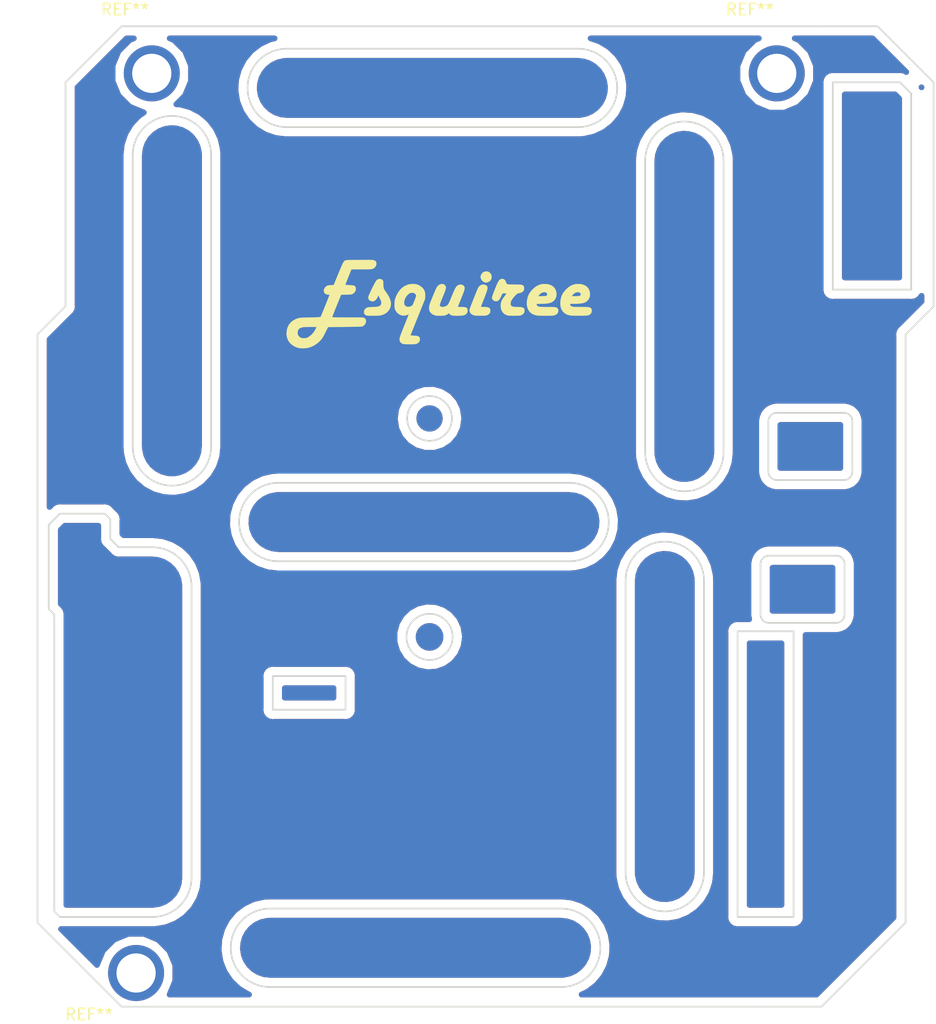
<source format=kicad_pcb>
(kicad_pcb (version 20171130) (host pcbnew "(5.0.0)")

  (general
    (thickness 1.6)
    (drawings 116)
    (tracks 0)
    (zones 0)
    (modules 4)
    (nets 1)
  )

  (page A4)
  (layers
    (0 F.Cu signal)
    (31 B.Cu signal)
    (32 B.Adhes user)
    (33 F.Adhes user)
    (34 B.Paste user)
    (35 F.Paste user)
    (36 B.SilkS user)
    (37 F.SilkS user)
    (38 B.Mask user)
    (39 F.Mask user)
    (40 Dwgs.User user)
    (41 Cmts.User user)
    (42 Eco1.User user)
    (43 Eco2.User user)
    (44 Edge.Cuts user)
    (45 Margin user)
    (46 B.CrtYd user)
    (47 F.CrtYd user)
    (48 B.Fab user)
    (49 F.Fab user)
  )

  (setup
    (last_trace_width 0.5)
    (trace_clearance 0.2)
    (zone_clearance 0.75)
    (zone_45_only no)
    (trace_min 0.2)
    (segment_width 0.2)
    (edge_width 0.15)
    (via_size 0.8)
    (via_drill 0.4)
    (via_min_size 0.4)
    (via_min_drill 0.3)
    (uvia_size 0.3)
    (uvia_drill 0.1)
    (uvias_allowed no)
    (uvia_min_size 0.2)
    (uvia_min_drill 0.1)
    (pcb_text_width 0.3)
    (pcb_text_size 1.5 1.5)
    (mod_edge_width 0.15)
    (mod_text_size 1 1)
    (mod_text_width 0.15)
    (pad_size 1.524 1.524)
    (pad_drill 0.762)
    (pad_to_mask_clearance 0.2)
    (aux_axis_origin 0 0)
    (visible_elements 7FFFFFFF)
    (pcbplotparams
      (layerselection 0x010fc_ffffffff)
      (usegerberextensions false)
      (usegerberattributes false)
      (usegerberadvancedattributes false)
      (creategerberjobfile false)
      (excludeedgelayer true)
      (linewidth 0.100000)
      (plotframeref false)
      (viasonmask false)
      (mode 1)
      (useauxorigin false)
      (hpglpennumber 1)
      (hpglpenspeed 20)
      (hpglpendiameter 15.000000)
      (psnegative false)
      (psa4output false)
      (plotreference true)
      (plotvalue true)
      (plotinvisibletext false)
      (padsonsilk false)
      (subtractmaskfromsilk false)
      (outputformat 1)
      (mirror false)
      (drillshape 0)
      (scaleselection 1)
      (outputdirectory "12aug20_mid/"))
  )

  (net 0 "")

  (net_class Default "This is the default net class."
    (clearance 0.2)
    (trace_width 0.5)
    (via_dia 0.8)
    (via_drill 0.4)
    (uvia_dia 0.3)
    (uvia_drill 0.1)
  )

  (module "TEST:4mm Mount" (layer F.Cu) (tedit 5BA18C5F) (tstamp 5F2FCE66)
    (at 236 31.7)
    (fp_text reference REF** (at -2.4 -3.2) (layer F.SilkS)
      (effects (font (size 1 1) (thickness 0.15)))
    )
    (fp_text value "4mm Mount" (at 0 -1) (layer F.Fab)
      (effects (font (size 1 1) (thickness 0.15)))
    )
    (pad 1 thru_hole circle (at 0 2.5) (size 5 5) (drill 3.5) (layers *.Cu *.Mask))
  )

  (module "TEST:4mm Mount" (layer F.Cu) (tedit 5BA18C5F) (tstamp 5F2FCC64)
    (at 180.2 31.7)
    (fp_text reference REF** (at -2.4 -3.2) (layer F.SilkS)
      (effects (font (size 1 1) (thickness 0.15)))
    )
    (fp_text value "4mm Mount" (at 0 -1) (layer F.Fab)
      (effects (font (size 1 1) (thickness 0.15)))
    )
    (pad 1 thru_hole circle (at 0 2.5) (size 5 5) (drill 3.5) (layers *.Cu *.Mask))
  )

  (module "TEST:Esquiree 30mm" (layer F.Cu) (tedit 0) (tstamp 5F2FC1B1)
    (at 206 54.6)
    (fp_text reference G*** (at 0 0) (layer F.SilkS) hide
      (effects (font (size 1.524 1.524) (thickness 0.3)))
    )
    (fp_text value LOGO (at 0.75 0) (layer F.SilkS) hide
      (effects (font (size 1.524 1.524) (thickness 0.3)))
    )
    (fp_poly (pts (xy 4.225496 -2.702395) (xy 4.326306 -2.652903) (xy 4.445321 -2.540914) (xy 4.520306 -2.40526)
      (xy 4.550597 -2.256964) (xy 4.535528 -2.107051) (xy 4.474434 -1.966542) (xy 4.374581 -1.853002)
      (xy 4.281247 -1.793304) (xy 4.168927 -1.747172) (xy 4.064085 -1.724671) (xy 4.035777 -1.724139)
      (xy 3.977731 -1.733744) (xy 3.917 -1.749451) (xy 3.783483 -1.81672) (xy 3.671967 -1.924034)
      (xy 3.593113 -2.057137) (xy 3.557585 -2.201768) (xy 3.556619 -2.231411) (xy 3.583844 -2.380736)
      (xy 3.656975 -2.519981) (xy 3.766045 -2.631068) (xy 3.783846 -2.643497) (xy 3.924606 -2.707116)
      (xy 4.077411 -2.726846) (xy 4.225496 -2.702395)) (layer F.SilkS) (width 0.01))
    (fp_poly (pts (xy 12.401321 -1.600764) (xy 12.652 -1.558996) (xy 12.867433 -1.476537) (xy 13.044889 -1.356116)
      (xy 13.181639 -1.20046) (xy 13.274951 -1.012296) (xy 13.322097 -0.794352) (xy 13.327508 -0.675568)
      (xy 13.300793 -0.460137) (xy 13.22515 -0.270514) (xy 13.103073 -0.11074) (xy 12.937053 0.015145)
      (xy 12.884331 0.043136) (xy 12.754897 0.090967) (xy 12.58445 0.12693) (xy 12.369109 0.151508)
      (xy 12.104996 0.165183) (xy 11.8745 0.168568) (xy 11.733013 0.16956) (xy 11.638572 0.172781)
      (xy 11.581783 0.179763) (xy 11.553253 0.192038) (xy 11.543587 0.211138) (xy 11.542889 0.222651)
      (xy 11.568878 0.300065) (xy 11.638471 0.370311) (xy 11.7376 0.420156) (xy 11.800849 0.430976)
      (xy 11.915135 0.439765) (xy 12.075083 0.446299) (xy 12.275314 0.450356) (xy 12.4996 0.451713)
      (xy 12.696706 0.452979) (xy 12.879326 0.456449) (xy 13.038149 0.461769) (xy 13.163866 0.468586)
      (xy 13.247168 0.476548) (xy 13.270216 0.480907) (xy 13.386445 0.5352) (xy 13.457597 0.62222)
      (xy 13.485112 0.744202) (xy 13.483567 0.812013) (xy 13.46573 0.92179) (xy 13.427003 1.002527)
      (xy 13.38907 1.048322) (xy 13.336907 1.100516) (xy 13.285114 1.141323) (xy 13.226055 1.172223)
      (xy 13.152092 1.194697) (xy 13.055588 1.210225) (xy 12.928904 1.220286) (xy 12.764404 1.226362)
      (xy 12.55445 1.229931) (xy 12.446 1.231087) (xy 12.244664 1.231796) (xy 12.050072 1.230219)
      (xy 11.873404 1.226617) (xy 11.725838 1.221254) (xy 11.618553 1.214392) (xy 11.586699 1.210926)
      (xy 11.337293 1.153404) (xy 11.125497 1.054816) (xy 10.9526 0.917306) (xy 10.819895 0.743015)
      (xy 10.728671 0.534085) (xy 10.680218 0.292659) (xy 10.675828 0.02088) (xy 10.709962 -0.244462)
      (xy 10.775148 -0.491761) (xy 10.782434 -0.508) (xy 11.706679 -0.508) (xy 12.02695 -0.508416)
      (xy 12.192705 -0.512157) (xy 12.320765 -0.522414) (xy 12.403079 -0.538448) (xy 12.417777 -0.544338)
      (xy 12.481103 -0.602532) (xy 12.500547 -0.680712) (xy 12.475603 -0.762746) (xy 12.426378 -0.817955)
      (xy 12.323419 -0.865602) (xy 12.199568 -0.87171) (xy 12.067187 -0.840351) (xy 11.938639 -0.775595)
      (xy 11.826286 -0.681511) (xy 11.763486 -0.599722) (xy 11.706679 -0.508) (xy 10.782434 -0.508)
      (xy 10.875273 -0.714901) (xy 11.01712 -0.926126) (xy 11.20151 -1.131732) (xy 11.425062 -1.327663)
      (xy 11.652916 -1.469753) (xy 11.891617 -1.560561) (xy 12.147711 -1.602647) (xy 12.401321 -1.600764)) (layer F.SilkS) (width 0.01))
    (fp_poly (pts (xy 9.409765 -1.600764) (xy 9.660444 -1.558996) (xy 9.875877 -1.476537) (xy 10.053334 -1.356116)
      (xy 10.190083 -1.20046) (xy 10.283396 -1.012296) (xy 10.330542 -0.794352) (xy 10.335952 -0.675568)
      (xy 10.309237 -0.460137) (xy 10.233595 -0.270514) (xy 10.111518 -0.11074) (xy 9.945497 0.015145)
      (xy 9.892775 0.043136) (xy 9.763342 0.090967) (xy 9.592894 0.12693) (xy 9.377554 0.151508)
      (xy 9.11344 0.165183) (xy 8.882944 0.168568) (xy 8.741457 0.16956) (xy 8.647016 0.172781)
      (xy 8.590227 0.179763) (xy 8.561697 0.192038) (xy 8.552031 0.211138) (xy 8.551333 0.222651)
      (xy 8.577323 0.300065) (xy 8.646915 0.370311) (xy 8.746044 0.420156) (xy 8.809293 0.430976)
      (xy 8.92358 0.439765) (xy 9.083527 0.446299) (xy 9.283758 0.450356) (xy 9.508044 0.451713)
      (xy 9.705151 0.452979) (xy 9.88777 0.456449) (xy 10.046593 0.461769) (xy 10.17231 0.468586)
      (xy 10.255612 0.476548) (xy 10.27866 0.480907) (xy 10.39458 0.538911) (xy 10.46963 0.633542)
      (xy 10.498509 0.757867) (xy 10.498666 0.768596) (xy 10.474375 0.922497) (xy 10.402548 1.046979)
      (xy 10.284755 1.140451) (xy 10.122567 1.201326) (xy 10.058297 1.214199) (xy 9.965922 1.223747)
      (xy 9.828918 1.23075) (xy 9.659041 1.235244) (xy 9.468047 1.237263) (xy 9.267692 1.236844)
      (xy 9.069732 1.234022) (xy 8.885924 1.228831) (xy 8.728024 1.221307) (xy 8.607788 1.211486)
      (xy 8.593666 1.209809) (xy 8.350107 1.154659) (xy 8.141285 1.056665) (xy 7.969058 0.918861)
      (xy 7.835283 0.744282) (xy 7.741819 0.535962) (xy 7.690522 0.296935) (xy 7.68325 0.030237)
      (xy 7.714901 -0.225778) (xy 7.777556 -0.47266) (xy 7.792573 -0.508) (xy 8.715123 -0.508)
      (xy 9.035395 -0.508416) (xy 9.201149 -0.512157) (xy 9.329209 -0.522414) (xy 9.411524 -0.538448)
      (xy 9.426222 -0.544338) (xy 9.489547 -0.602532) (xy 9.508992 -0.680712) (xy 9.484048 -0.762746)
      (xy 9.434822 -0.817955) (xy 9.331864 -0.865602) (xy 9.208013 -0.87171) (xy 9.075632 -0.840351)
      (xy 8.947083 -0.775595) (xy 8.83473 -0.681511) (xy 8.77193 -0.599722) (xy 8.715123 -0.508)
      (xy 7.792573 -0.508) (xy 7.870364 -0.691057) (xy 8.000949 -0.894917) (xy 8.176933 -1.098189)
      (xy 8.209954 -1.131732) (xy 8.433507 -1.327663) (xy 8.66136 -1.469753) (xy 8.900061 -1.560561)
      (xy 9.156156 -1.602647) (xy 9.409765 -1.600764)) (layer F.SilkS) (width 0.01))
    (fp_poly (pts (xy 5.622362 -2.036241) (xy 5.719916 -1.963634) (xy 5.791796 -1.841407) (xy 5.815003 -1.773629)
      (xy 5.857238 -1.66348) (xy 5.908646 -1.600076) (xy 5.927892 -1.588139) (xy 5.978484 -1.574501)
      (xy 6.071677 -1.564332) (xy 6.211123 -1.557435) (xy 6.40047 -1.553612) (xy 6.583739 -1.552638)
      (xy 6.809063 -1.551302) (xy 6.985305 -1.546789) (xy 7.119798 -1.537805) (xy 7.219873 -1.523057)
      (xy 7.292863 -1.501252) (xy 7.346098 -1.471096) (xy 7.386912 -1.431295) (xy 7.404645 -1.407813)
      (xy 7.440735 -1.31569) (xy 7.44906 -1.198098) (xy 7.430147 -1.078408) (xy 7.395364 -0.996204)
      (xy 7.301883 -0.894406) (xy 7.16388 -0.82403) (xy 7.001974 -0.786989) (xy 6.910134 -0.768871)
      (xy 6.837761 -0.737194) (xy 6.763471 -0.680476) (xy 6.709246 -0.62981) (xy 6.597632 -0.512568)
      (xy 6.486807 -0.380304) (xy 6.387737 -0.247458) (xy 6.311386 -0.128466) (xy 6.27732 -0.061119)
      (xy 6.249765 0.035259) (xy 6.237188 0.139302) (xy 6.237111 0.146413) (xy 6.245756 0.249017)
      (xy 6.275871 0.326652) (xy 6.333728 0.382469) (xy 6.425598 0.419624) (xy 6.557751 0.441269)
      (xy 6.736458 0.450559) (xy 6.843889 0.451555) (xy 7.056913 0.457292) (xy 7.219986 0.476351)
      (xy 7.338607 0.511507) (xy 7.418274 0.565535) (xy 7.464486 0.641207) (xy 7.482741 0.741299)
      (xy 7.483592 0.774298) (xy 7.461852 0.92324) (xy 7.394383 1.041879) (xy 7.277811 1.135476)
      (xy 7.238526 1.156616) (xy 7.183145 1.18248) (xy 7.129811 1.201249) (xy 7.068038 1.214203)
      (xy 6.987343 1.222623) (xy 6.87724 1.227792) (xy 6.727244 1.230991) (xy 6.618111 1.232445)
      (xy 6.44842 1.233011) (xy 6.288654 1.230857) (xy 6.151568 1.226353) (xy 6.049919 1.219868)
      (xy 6.009088 1.214801) (xy 5.808391 1.152341) (xy 5.640383 1.045843) (xy 5.507943 0.8992)
      (xy 5.413951 0.716307) (xy 5.361288 0.501057) (xy 5.350605 0.324555) (xy 5.360332 0.163673)
      (xy 5.38995 0.019214) (xy 5.44473 -0.121934) (xy 5.529946 -0.272885) (xy 5.650868 -0.446753)
      (xy 5.672147 -0.475267) (xy 5.749789 -0.579526) (xy 5.813147 -0.666374) (xy 5.855516 -0.726501)
      (xy 5.870222 -0.750434) (xy 5.844466 -0.756312) (xy 5.777054 -0.760477) (xy 5.685892 -0.762)
      (xy 5.582131 -0.759218) (xy 5.521794 -0.748766) (xy 5.492041 -0.727492) (xy 5.484887 -0.712611)
      (xy 5.465754 -0.665874) (xy 5.428781 -0.582919) (xy 5.380562 -0.478407) (xy 5.357872 -0.430193)
      (xy 5.268942 -0.266222) (xy 5.178984 -0.153426) (xy 5.081599 -0.086792) (xy 4.970388 -0.061305)
      (xy 4.890572 -0.064093) (xy 4.793282 -0.084223) (xy 4.718563 -0.127953) (xy 4.661381 -0.183861)
      (xy 4.603187 -0.254087) (xy 4.577902 -0.311954) (xy 4.576313 -0.38267) (xy 4.57898 -0.409282)
      (xy 4.593956 -0.472582) (xy 4.6276 -0.578108) (xy 4.676172 -0.716276) (xy 4.735932 -0.877508)
      (xy 4.80314 -1.05222) (xy 4.874055 -1.230832) (xy 4.944938 -1.403762) (xy 5.012049 -1.56143)
      (xy 5.071648 -1.694254) (xy 5.116092 -1.785247) (xy 5.209877 -1.927042) (xy 5.317694 -2.016513)
      (xy 5.444171 -2.056993) (xy 5.498035 -2.060222) (xy 5.622362 -2.036241)) (layer F.SilkS) (width 0.01))
    (fp_poly (pts (xy 3.887735 -1.544092) (xy 4.007513 -1.507886) (xy 4.026921 -1.497183) (xy 4.089893 -1.452898)
      (xy 4.135988 -1.40322) (xy 4.164493 -1.34272) (xy 4.174697 -1.26597) (xy 4.165887 -1.16754)
      (xy 4.137352 -1.042002) (xy 4.08838 -0.883927) (xy 4.018258 -0.687886) (xy 3.926276 -0.44845)
      (xy 3.871075 -0.30878) (xy 3.795978 -0.119255) (xy 3.728223 0.05305) (xy 3.670493 0.201205)
      (xy 3.625471 0.318282) (xy 3.595841 0.397351) (xy 3.584285 0.431483) (xy 3.584222 0.432053)
      (xy 3.610443 0.440264) (xy 3.681117 0.446769) (xy 3.784257 0.450734) (xy 3.864607 0.451555)
      (xy 4.064712 0.458973) (xy 4.215395 0.483238) (xy 4.321956 0.52737) (xy 4.389697 0.594387)
      (xy 4.423919 0.687309) (xy 4.430783 0.773975) (xy 4.410927 0.924083) (xy 4.348312 1.040762)
      (xy 4.23799 1.131821) (xy 4.186702 1.159323) (xy 4.128626 1.185116) (xy 4.070392 1.203536)
      (xy 4.000718 1.216011) (xy 3.90832 1.223971) (xy 3.781917 1.228842) (xy 3.612444 1.232022)
      (xy 3.449267 1.232733) (xy 3.295374 1.230415) (xy 3.164539 1.225487) (xy 3.070539 1.218365)
      (xy 3.045261 1.214804) (xy 2.861686 1.160791) (xy 2.72042 1.07492) (xy 2.62418 0.960419)
      (xy 2.575682 0.820517) (xy 2.577547 0.659022) (xy 2.591033 0.614127) (xy 2.622978 0.524582)
      (xy 2.670379 0.397942) (xy 2.730231 0.241759) (xy 2.799529 0.063589) (xy 2.875269 -0.129015)
      (xy 2.954447 -0.328499) (xy 3.034057 -0.527309) (xy 3.111096 -0.71789) (xy 3.182558 -0.892689)
      (xy 3.24544 -1.044152) (xy 3.296737 -1.164724) (xy 3.333444 -1.246852) (xy 3.34479 -1.27)
      (xy 3.415082 -1.367517) (xy 3.512065 -1.457474) (xy 3.612488 -1.518667) (xy 3.621337 -1.522205)
      (xy 3.750418 -1.549395) (xy 3.887735 -1.544092)) (layer F.SilkS) (width 0.01))
    (fp_poly (pts (xy 0.243031 -1.582287) (xy 0.348336 -1.523096) (xy 0.4268 -1.423736) (xy 0.439352 -1.396786)
      (xy 0.457024 -1.342545) (xy 0.463583 -1.283251) (xy 0.457172 -1.211704) (xy 0.435936 -1.120702)
      (xy 0.39802 -1.003045) (xy 0.341568 -0.851533) (xy 0.264725 -0.658966) (xy 0.222841 -0.556614)
      (xy 0.12784 -0.324022) (xy 0.053294 -0.137472) (xy -0.002854 0.008755) (xy -0.042659 0.120379)
      (xy -0.068175 0.20312) (xy -0.081459 0.262697) (xy -0.084667 0.299151) (xy -0.060948 0.372027)
      (xy 0.003277 0.420838) (xy 0.097606 0.445905) (xy 0.21164 0.447546) (xy 0.334978 0.426082)
      (xy 0.457221 0.381834) (xy 0.567968 0.31512) (xy 0.611408 0.277734) (xy 0.647013 0.234543)
      (xy 0.688788 0.166055) (xy 0.739339 0.066809) (xy 0.801273 -0.068654) (xy 0.877196 -0.245795)
      (xy 0.969714 -0.470074) (xy 0.977379 -0.488908) (xy 1.079695 -0.737463) (xy 1.16592 -0.938846)
      (xy 1.23933 -1.098899) (xy 1.303201 -1.223469) (xy 1.36081 -1.3184) (xy 1.415432 -1.389536)
      (xy 1.470343 -1.442722) (xy 1.528819 -1.483803) (xy 1.538111 -1.489288) (xy 1.676213 -1.541464)
      (xy 1.818641 -1.547284) (xy 1.950717 -1.508091) (xy 2.040995 -1.443309) (xy 2.085068 -1.393374)
      (xy 2.115546 -1.340634) (xy 2.131323 -1.279083) (xy 2.131292 -1.202719) (xy 2.114347 -1.105535)
      (xy 2.079383 -0.98153) (xy 2.025293 -0.824698) (xy 1.950972 -0.629035) (xy 1.855312 -0.388538)
      (xy 1.839417 -0.349123) (xy 1.762956 -0.159674) (xy 1.692892 0.01408) (xy 1.632172 0.16482)
      (xy 1.583741 0.285225) (xy 1.550547 0.367976) (xy 1.535537 0.405752) (xy 1.535511 0.405821)
      (xy 1.533527 0.426421) (xy 1.552602 0.439795) (xy 1.601812 0.447457) (xy 1.690236 0.450925)
      (xy 1.810258 0.451713) (xy 2.013834 0.457012) (xy 2.167424 0.474968) (xy 2.276731 0.509042)
      (xy 2.34746 0.562697) (xy 2.385314 0.639393) (xy 2.395998 0.742591) (xy 2.392926 0.805295)
      (xy 2.376296 0.914695) (xy 2.341905 0.993417) (xy 2.297737 1.048322) (xy 2.231983 1.110341)
      (xy 2.161418 1.156301) (xy 2.075904 1.188951) (xy 1.965303 1.211041) (xy 1.819477 1.225321)
      (xy 1.628288 1.23454) (xy 1.608666 1.23521) (xy 1.372594 1.23923) (xy 1.185568 1.23301)
      (xy 1.04093 1.215416) (xy 0.932023 1.185317) (xy 0.852188 1.14158) (xy 0.807155 1.098873)
      (xy 0.758143 1.045557) (xy 0.724113 1.017341) (xy 0.719833 1.016) (xy 0.689308 1.032215)
      (xy 0.631765 1.073377) (xy 0.597515 1.100164) (xy 0.472583 1.172841) (xy 0.341318 1.213053)
      (xy 0.223136 1.227671) (xy 0.069748 1.235887) (xy -0.099079 1.237719) (xy -0.263574 1.233181)
      (xy -0.40397 1.222289) (xy -0.470077 1.212387) (xy -0.664367 1.148267) (xy -0.827552 1.041495)
      (xy -0.953073 0.897199) (xy -1.009397 0.790451) (xy -1.034804 0.691144) (xy -1.040996 0.554491)
      (xy -1.037924 0.480007) (xy -1.032245 0.411808) (xy -1.02212 0.344769) (xy -1.005037 0.271294)
      (xy -0.97848 0.183785) (xy -0.939938 0.074647) (xy -0.886895 -0.063718) (xy -0.816838 -0.238906)
      (xy -0.727874 -0.457001) (xy -0.646262 -0.654064) (xy -0.567562 -0.840392) (xy -0.495415 -1.007648)
      (xy -0.43346 -1.147495) (xy -0.385339 -1.251597) (xy -0.354843 -1.311356) (xy -0.257305 -1.437733)
      (xy -0.139283 -1.529034) (xy -0.010244 -1.584238) (xy 0.120349 -1.602329) (xy 0.243031 -1.582287)) (layer F.SilkS) (width 0.01))
    (fp_poly (pts (xy -5.283242 -2.015) (xy -5.19278 -1.952453) (xy -5.170723 -1.924859) (xy -5.147334 -1.875759)
      (xy -5.132488 -1.806567) (xy -5.12463 -1.705365) (xy -5.122202 -1.560236) (xy -5.122196 -1.553433)
      (xy -5.120141 -1.413841) (xy -5.110704 -1.304243) (xy -5.088763 -1.210781) (xy -5.049191 -1.119596)
      (xy -4.986865 -1.016829) (xy -4.896659 -0.888621) (xy -4.855627 -0.832556) (xy -4.718567 -0.626585)
      (xy -4.603439 -0.414536) (xy -4.516689 -0.210014) (xy -4.464762 -0.026622) (xy -4.459562 0.003415)
      (xy -4.449511 0.241113) (xy -4.491036 0.46454) (xy -4.580033 0.668676) (xy -4.712396 0.848501)
      (xy -4.884021 0.998996) (xy -5.090804 1.115139) (xy -5.328639 1.191911) (xy -5.448436 1.212766)
      (xy -5.559 1.223014) (xy -5.703421 1.230522) (xy -5.869238 1.235271) (xy -6.043988 1.237245)
      (xy -6.21521 1.236427) (xy -6.370442 1.232797) (xy -6.497221 1.22634) (xy -6.583086 1.217038)
      (xy -6.596238 1.214376) (xy -6.728191 1.164406) (xy -6.811619 1.087817) (xy -6.845899 1.001104)
      (xy -6.851595 0.840458) (xy -6.80604 0.701695) (xy -6.711102 0.588731) (xy -6.620856 0.529459)
      (xy -6.568132 0.505835) (xy -6.507574 0.488247) (xy -6.428718 0.475277) (xy -6.321102 0.46551)
      (xy -6.174265 0.457529) (xy -6.053667 0.452659) (xy -5.840789 0.442049) (xy -5.67684 0.426594)
      (xy -5.554365 0.404014) (xy -5.465907 0.37203) (xy -5.404009 0.328362) (xy -5.361217 0.270732)
      (xy -5.344639 0.235932) (xy -5.314849 0.140685) (xy -5.309747 0.045081) (xy -5.331394 -0.063279)
      (xy -5.381849 -0.196796) (xy -5.435717 -0.312493) (xy -5.565655 -0.578556) (xy -5.6488 -0.403484)
      (xy -5.748362 -0.238624) (xy -5.864789 -0.123464) (xy -5.994261 -0.05952) (xy -6.132957 -0.048313)
      (xy -6.277056 -0.091358) (xy -6.341709 -0.128218) (xy -6.424447 -0.214224) (xy -6.466648 -0.330223)
      (xy -6.463523 -0.462528) (xy -6.46169 -0.47113) (xy -6.442242 -0.528107) (xy -6.401322 -0.627105)
      (xy -6.342727 -0.75967) (xy -6.270252 -0.917351) (xy -6.187693 -1.091694) (xy -6.124838 -1.221357)
      (xy -6.01271 -1.447406) (xy -5.919326 -1.627314) (xy -5.840654 -1.766589) (xy -5.772662 -1.870736)
      (xy -5.711319 -1.945261) (xy -5.652594 -1.995669) (xy -5.592453 -2.027467) (xy -5.526867 -2.046161)
      (xy -5.519888 -2.047515) (xy -5.399131 -2.049095) (xy -5.283242 -2.015)) (layer F.SilkS) (width 0.01))
    (fp_poly (pts (xy -2.345709 -1.599707) (xy -2.189942 -1.576149) (xy -2.01251 -1.519055) (xy -1.834278 -1.424486)
      (xy -1.675493 -1.304918) (xy -1.573496 -1.196308) (xy -1.47972 -1.054588) (xy -1.420344 -0.912056)
      (xy -1.390792 -0.752198) (xy -1.386486 -0.558502) (xy -1.387708 -0.526117) (xy -1.399003 -0.267855)
      (xy -2.051631 1.354795) (xy -2.704258 2.977444) (xy -2.586851 2.996519) (xy -2.493123 3.007254)
      (xy -2.373546 3.015077) (xy -2.286 3.01773) (xy -2.113697 3.03371) (xy -1.987756 3.078147)
      (xy -1.904889 3.152648) (xy -1.87178 3.220333) (xy -1.852069 3.363284) (xy -1.885071 3.497434)
      (xy -1.967076 3.615503) (xy -2.094372 3.710209) (xy -2.130778 3.728436) (xy -2.178165 3.747115)
      (xy -2.23363 3.760814) (xy -2.306322 3.770266) (xy -2.405391 3.776207) (xy -2.539984 3.77937)
      (xy -2.71925 3.78049) (xy -2.779889 3.780538) (xy -2.973542 3.77987) (xy -3.119969 3.77737)
      (xy -3.228377 3.772297) (xy -3.307976 3.763908) (xy -3.367973 3.751462) (xy -3.417576 3.734216)
      (xy -3.431792 3.728002) (xy -3.560987 3.64461) (xy -3.642503 3.532032) (xy -3.678153 3.387345)
      (xy -3.68011 3.327054) (xy -3.677105 3.279785) (xy -3.668034 3.22479) (xy -3.650968 3.15656)
      (xy -3.623977 3.069586) (xy -3.585134 2.95836) (xy -3.532509 2.817374) (xy -3.464172 2.641118)
      (xy -3.378196 2.424084) (xy -3.272651 2.160765) (xy -3.265333 2.142577) (xy -3.174578 1.916352)
      (xy -3.091136 1.707015) (xy -3.017218 1.520217) (xy -2.955039 1.361612) (xy -2.90681 1.236852)
      (xy -2.874745 1.151592) (xy -2.861057 1.111483) (xy -2.860795 1.109131) (xy -2.888427 1.115587)
      (xy -2.949957 1.141008) (xy -2.993713 1.161419) (xy -3.167205 1.215545) (xy -3.354214 1.22294)
      (xy -3.541653 1.186654) (xy -3.716434 1.109738) (xy -3.865471 0.995241) (xy -3.907924 0.94833)
      (xy -4.004614 0.818009) (xy -4.070304 0.694269) (xy -4.110136 0.560928) (xy -4.129253 0.401806)
      (xy -4.133077 0.239889) (xy -4.126272 0.038343) (xy -4.120731 -0.004756) (xy -3.26734 -0.004756)
      (xy -3.267199 0.140787) (xy -3.230953 0.263925) (xy -3.187665 0.326095) (xy -3.079037 0.402403)
      (xy -2.942768 0.436789) (xy -2.790016 0.428331) (xy -2.631937 0.376106) (xy -2.624795 0.372671)
      (xy -2.583176 0.34859) (xy -2.547589 0.315541) (xy -2.512443 0.264278) (xy -2.472144 0.185555)
      (xy -2.421101 0.070127) (xy -2.37434 -0.041426) (xy -2.317312 -0.184001) (xy -2.267856 -0.317165)
      (xy -2.230592 -0.427784) (xy -2.210141 -0.502726) (xy -2.208324 -0.51336) (xy -2.20497 -0.583963)
      (xy -2.224341 -0.63884) (xy -2.275944 -0.700881) (xy -2.293679 -0.718879) (xy -2.359033 -0.777927)
      (xy -2.417807 -0.807568) (xy -2.49518 -0.817655) (xy -2.5481 -0.818445) (xy -2.654644 -0.811629)
      (xy -2.740778 -0.784857) (xy -2.83664 -0.728644) (xy -2.839507 -0.726722) (xy -2.971446 -0.61565)
      (xy -3.083429 -0.478151) (xy -3.172225 -0.323992) (xy -3.234605 -0.162938) (xy -3.26734 -0.004756)
      (xy -4.120731 -0.004756) (xy -4.103955 -0.135237) (xy -4.061395 -0.302031) (xy -3.993863 -0.483223)
      (xy -3.948133 -0.58833) (xy -3.795664 -0.868447) (xy -3.611065 -1.107087) (xy -3.398323 -1.30201)
      (xy -3.161429 -1.450974) (xy -2.904369 -1.551739) (xy -2.631133 -1.602064) (xy -2.345709 -1.599707)) (layer F.SilkS) (width 0.01))
    (fp_poly (pts (xy -6.362675 -3.749596) (xy -6.237428 -3.747447) (xy -6.1413 -3.743835) (xy -6.068828 -3.73857)
      (xy -6.014547 -3.731462) (xy -5.972993 -3.722321) (xy -5.9387 -3.710957) (xy -5.913378 -3.700383)
      (xy -5.830642 -3.65586) (xy -5.783345 -3.602935) (xy -5.754721 -3.530185) (xy -5.739658 -3.387274)
      (xy -5.774063 -3.245025) (xy -5.851986 -3.114827) (xy -5.96748 -3.008073) (xy -6.052499 -2.959937)
      (xy -6.088796 -2.945456) (xy -6.131289 -2.933918) (xy -6.186475 -2.924989) (xy -6.26085 -2.918333)
      (xy -6.360912 -2.913618) (xy -6.493158 -2.910508) (xy -6.664083 -2.90867) (xy -6.880186 -2.907768)
      (xy -7.071342 -2.907509) (xy -7.976129 -2.906889) (xy -8.248997 -2.224229) (xy -8.321717 -2.040563)
      (xy -8.386116 -1.87457) (xy -8.439572 -1.733283) (xy -8.479463 -1.623734) (xy -8.503169 -1.552958)
      (xy -8.508417 -1.52812) (xy -8.476703 -1.521846) (xy -8.399665 -1.51433) (xy -8.288382 -1.506457)
      (xy -8.153933 -1.499113) (xy -8.133726 -1.49817) (xy -7.952356 -1.487021) (xy -7.818892 -1.470274)
      (xy -7.724837 -1.444447) (xy -7.661691 -1.406061) (xy -7.620956 -1.351636) (xy -7.594135 -1.277691)
      (xy -7.593986 -1.277131) (xy -7.579346 -1.120137) (xy -7.618211 -0.971566) (xy -7.707662 -0.838247)
      (xy -7.823153 -0.74078) (xy -7.868301 -0.712329) (xy -7.91138 -0.691515) (xy -7.962348 -0.676806)
      (xy -8.031162 -0.666669) (xy -8.12778 -0.65957) (xy -8.262159 -0.653975) (xy -8.418474 -0.649111)
      (xy -8.896681 -0.635) (xy -9.298365 0.352778) (xy -9.388259 0.575106) (xy -9.470538 0.781058)
      (xy -9.542944 0.96479) (xy -9.603217 1.120458) (xy -9.649096 1.242218) (xy -9.678323 1.324227)
      (xy -9.688637 1.360639) (xy -9.68847 1.361722) (xy -9.658809 1.365904) (xy -9.578152 1.369817)
      (xy -9.451944 1.373376) (xy -9.285635 1.3765) (xy -9.08467 1.379105) (xy -8.854498 1.381109)
      (xy -8.600565 1.382429) (xy -8.328319 1.382983) (xy -8.288613 1.382994) (xy -7.971829 1.383118)
      (xy -7.706552 1.383556) (xy -7.487845 1.384486) (xy -7.31077 1.386085) (xy -7.17039 1.388532)
      (xy -7.061767 1.392003) (xy -6.979964 1.396678) (xy -6.920044 1.402732) (xy -6.877069 1.410346)
      (xy -6.846102 1.419695) (xy -6.822205 1.430958) (xy -6.813418 1.436101) (xy -6.723165 1.520237)
      (xy -6.675305 1.629184) (xy -6.667892 1.752821) (xy -6.698984 1.881028) (xy -6.766635 2.003683)
      (xy -6.868902 2.110666) (xy -6.953912 2.167497) (xy -6.977796 2.178139) (xy -7.010634 2.187226)
      (xy -7.057079 2.194938) (xy -7.121782 2.201457) (xy -7.209395 2.206963) (xy -7.324569 2.211638)
      (xy -7.471957 2.215661) (xy -7.656209 2.219213) (xy -7.881978 2.222476) (xy -8.153915 2.22563)
      (xy -8.476672 2.228855) (xy -8.550969 2.229555) (xy -10.060494 2.243667) (xy -10.286636 2.69802)
      (xy -10.367808 2.857036) (xy -10.449247 3.009391) (xy -10.524349 3.143232) (xy -10.586511 3.246706)
      (xy -10.620034 3.296406) (xy -10.810861 3.513722) (xy -11.03972 3.710048) (xy -11.294467 3.877812)
      (xy -11.562957 4.009444) (xy -11.833045 4.097371) (xy -11.938725 4.118595) (xy -12.126497 4.139431)
      (xy -12.326373 4.145402) (xy -12.518216 4.136879) (xy -12.681886 4.114236) (xy -12.725148 4.104035)
      (xy -13.001628 4.004798) (xy -13.239954 3.867704) (xy -13.437536 3.695928) (xy -13.59178 3.492646)
      (xy -13.700096 3.261033) (xy -13.759889 3.004265) (xy -13.771515 2.822222) (xy -13.761991 2.710018)
      (xy -12.779252 2.710018) (xy -12.774027 2.863027) (xy -12.729593 2.986042) (xy -12.640379 3.094396)
      (xy -12.639182 3.095514) (xy -12.525931 3.180411) (xy -12.400912 3.228079) (xy -12.245689 3.245072)
      (xy -12.217675 3.245382) (xy -12.097186 3.23979) (xy -11.996639 3.21799) (xy -11.886892 3.172839)
      (xy -11.851939 3.155736) (xy -11.660917 3.033533) (xy -11.478951 2.866279) (xy -11.317007 2.665338)
      (xy -11.211278 2.491841) (xy -11.158353 2.389992) (xy -11.117361 2.307606) (xy -11.094287 2.25688)
      (xy -11.091334 2.247373) (xy -11.117895 2.240142) (xy -11.19101 2.234853) (xy -11.300824 2.231426)
      (xy -11.437481 2.229778) (xy -11.591128 2.229828) (xy -11.751909 2.231493) (xy -11.90997 2.234692)
      (xy -12.055456 2.239342) (xy -12.178512 2.245362) (xy -12.269283 2.252671) (xy -12.303121 2.257442)
      (xy -12.486678 2.306648) (xy -12.621422 2.37787) (xy -12.712245 2.475758) (xy -12.764042 2.604965)
      (xy -12.779252 2.710018) (xy -13.761991 2.710018) (xy -13.746729 2.530226) (xy -13.672966 2.265153)
      (xy -13.552106 2.029446) (xy -13.38603 1.825546) (xy -13.176618 1.655895) (xy -12.925752 1.522935)
      (xy -12.714111 1.449485) (xy -12.653199 1.435273) (xy -12.576968 1.423481) (xy -12.478922 1.413717)
      (xy -12.352562 1.405593) (xy -12.19139 1.398719) (xy -11.988908 1.392705) (xy -11.738618 1.387162)
      (xy -11.64469 1.385375) (xy -11.390049 1.380332) (xy -11.186283 1.375367) (xy -11.027824 1.370123)
      (xy -10.909103 1.364246) (xy -10.824551 1.357381) (xy -10.768602 1.349174) (xy -10.735686 1.33927)
      (xy -10.720235 1.327314) (xy -10.719695 1.326444) (xy -10.702139 1.288613) (xy -10.667161 1.206692)
      (xy -10.617641 1.087829) (xy -10.556459 0.939168) (xy -10.486493 0.767855) (xy -10.410624 0.581038)
      (xy -10.331729 0.385861) (xy -10.252689 0.18947) (xy -10.176383 -0.000987) (xy -10.105689 -0.178366)
      (xy -10.043488 -0.335521) (xy -9.992657 -0.465306) (xy -9.956078 -0.560573) (xy -9.936628 -0.614179)
      (xy -9.934223 -0.62301) (xy -9.959278 -0.639303) (xy -10.021925 -0.648414) (xy -10.048018 -0.649111)
      (xy -10.204312 -0.670296) (xy -10.324026 -0.731806) (xy -10.403791 -0.830573) (xy -10.440237 -0.96353)
      (xy -10.442223 -1.007983) (xy -10.414838 -1.154374) (xy -10.335733 -1.288707) (xy -10.21816 -1.396993)
      (xy -10.155639 -1.437605) (xy -10.095839 -1.463971) (xy -10.022559 -1.480202) (xy -9.919597 -1.490408)
      (xy -9.828842 -1.495771) (xy -9.558968 -1.509889) (xy -9.174541 -2.441222) (xy -9.059424 -2.719244)
      (xy -8.962932 -2.949822) (xy -8.882656 -3.137893) (xy -8.816193 -3.288392) (xy -8.761134 -3.406257)
      (xy -8.715074 -3.496423) (xy -8.675606 -3.563828) (xy -8.640325 -3.613407) (xy -8.606824 -3.650098)
      (xy -8.572697 -3.678836) (xy -8.570463 -3.6805) (xy -8.549656 -3.694698) (xy -8.525626 -3.706459)
      (xy -8.493101 -3.716053) (xy -8.44681 -3.723749) (xy -8.381478 -3.729818) (xy -8.291835 -3.734529)
      (xy -8.172608 -3.738153) (xy -8.018525 -3.740959) (xy -7.824313 -3.743217) (xy -7.584701 -3.745197)
      (xy -7.294416 -3.747169) (xy -7.264153 -3.747364) (xy -6.967782 -3.749166) (xy -6.722388 -3.750266)
      (xy -6.522507 -3.750472) (xy -6.362675 -3.749596)) (layer F.SilkS) (width 0.01))
  )

  (module "TEST:4mm Mount" (layer F.Cu) (tedit 5BA18C5F) (tstamp 5F2FC6AE)
    (at 178.8 112)
    (fp_text reference REF** (at -4.2 6.2) (layer F.SilkS)
      (effects (font (size 1 1) (thickness 0.15)))
    )
    (fp_text value "4mm Mount" (at 0 -1) (layer F.Fab)
      (effects (font (size 1 1) (thickness 0.15)))
    )
    (pad 1 thru_hole circle (at 0 2.5) (size 5 5) (drill 3.5) (layers *.Cu *.Mask))
  )

  (gr_line (start 242.05 82.5) (end 242.05 78) (layer Edge.Cuts) (width 0.15) (tstamp 5F346A82))
  (gr_arc (start 235.3 78) (end 235.3 77.25) (angle -90) (layer Edge.Cuts) (width 0.15) (tstamp 5F346A81))
  (gr_arc (start 241.3 78) (end 242.05 78) (angle -90) (layer Edge.Cuts) (width 0.15) (tstamp 5F346A80))
  (gr_line (start 241.3 77.25) (end 235.3 77.25) (layer Edge.Cuts) (width 0.15) (tstamp 5F346A7F))
  (gr_line (start 235.3 83.25) (end 241.3 83.25) (layer Edge.Cuts) (width 0.15) (tstamp 5F346A7E))
  (gr_arc (start 241.3 82.5) (end 241.3 83.25) (angle -90) (layer Edge.Cuts) (width 0.15) (tstamp 5F346A7D))
  (gr_line (start 234.55 78) (end 234.55 82.5) (layer Edge.Cuts) (width 0.15) (tstamp 5F346A7C))
  (gr_arc (start 235.3 82.5) (end 234.55 82.5) (angle -90) (layer Edge.Cuts) (width 0.15) (tstamp 5F346A7B))
  (gr_line (start 236 70.5) (end 242 70.5) (layer Edge.Cuts) (width 0.15) (tstamp 5F346A55))
  (gr_arc (start 242 69.75) (end 242 70.5) (angle -90) (layer Edge.Cuts) (width 0.15) (tstamp 5F346A54))
  (gr_line (start 235.25 65.25) (end 235.25 69.75) (layer Edge.Cuts) (width 0.15) (tstamp 5F346A55))
  (gr_arc (start 236 69.75) (end 235.25 69.75) (angle -90) (layer Edge.Cuts) (width 0.15) (tstamp 5F346A54))
  (gr_line (start 242 64.5) (end 236 64.5) (layer Edge.Cuts) (width 0.15) (tstamp 5F346A55))
  (gr_arc (start 236 65.25) (end 236 64.5) (angle -90) (layer Edge.Cuts) (width 0.15) (tstamp 5F346A54))
  (gr_arc (start 242 65.25) (end 242.75 65.25) (angle -90) (layer Edge.Cuts) (width 0.15))
  (gr_line (start 242.75 69.75) (end 242.75 65.25) (layer Edge.Cuts) (width 0.15))
  (gr_line (start 191 88) (end 191 91) (layer Edge.Cuts) (width 0.15))
  (gr_line (start 197.5 88) (end 191 88) (layer Edge.Cuts) (width 0.15))
  (gr_line (start 197.5 91) (end 197.5 88) (layer Edge.Cuts) (width 0.15))
  (gr_line (start 191 91) (end 197.5 91) (layer Edge.Cuts) (width 0.15))
  (gr_line (start 180 76.5) (end 180.25 76.5) (layer Edge.Cuts) (width 0.15))
  (gr_line (start 176.5 75.75) (end 176.5 74) (layer Edge.Cuts) (width 0.15))
  (gr_line (start 177.25 76.5) (end 176.5 75.75) (layer Edge.Cuts) (width 0.15))
  (gr_line (start 180 76.5) (end 177.25 76.5) (layer Edge.Cuts) (width 0.15))
  (gr_arc (start 216.75 112.25) (end 216.75 115.75) (angle -180) (layer Edge.Cuts) (width 0.15) (tstamp 5F3467E5))
  (gr_line (start 216.75 115.75) (end 190.75 115.75) (layer Edge.Cuts) (width 0.15) (tstamp 5F3467E4))
  (gr_line (start 190.75 108.75) (end 216.75 108.75) (layer Edge.Cuts) (width 0.15) (tstamp 5F3467E3))
  (gr_arc (start 190.75 112.25) (end 190.75 108.75) (angle -180) (layer Edge.Cuts) (width 0.15) (tstamp 5F3467E2))
  (gr_arc (start 218.25 35.5) (end 218.25 39) (angle -180) (layer Edge.Cuts) (width 0.15) (tstamp 5F3467E5))
  (gr_line (start 218.25 39) (end 192.25 39) (layer Edge.Cuts) (width 0.15) (tstamp 5F3467E4))
  (gr_line (start 192.25 32) (end 218.25 32) (layer Edge.Cuts) (width 0.15) (tstamp 5F3467E3))
  (gr_arc (start 192.25 35.5) (end 192.25 32) (angle -180) (layer Edge.Cuts) (width 0.15) (tstamp 5F3467E2))
  (gr_arc (start 217.5 74.25) (end 217.5 77.75) (angle -180) (layer Edge.Cuts) (width 0.15) (tstamp 5F3467E5))
  (gr_line (start 217.5 77.75) (end 191.5 77.75) (layer Edge.Cuts) (width 0.15) (tstamp 5F3467E4))
  (gr_line (start 191.5 70.75) (end 217.5 70.75) (layer Edge.Cuts) (width 0.15) (tstamp 5F3467E3))
  (gr_arc (start 191.5 74.25) (end 191.5 70.75) (angle -180) (layer Edge.Cuts) (width 0.15) (tstamp 5F3467E2))
  (gr_arc (start 227.75 68) (end 224.25 68) (angle -180) (layer Edge.Cuts) (width 0.15) (tstamp 5F3467E5))
  (gr_line (start 224.25 68) (end 224.25 42) (layer Edge.Cuts) (width 0.15) (tstamp 5F3467E4))
  (gr_line (start 231.25 42) (end 231.25 68) (layer Edge.Cuts) (width 0.15) (tstamp 5F3467E3))
  (gr_arc (start 227.75 42) (end 231.25 42) (angle -180) (layer Edge.Cuts) (width 0.15) (tstamp 5F3467E2))
  (gr_arc (start 182 67.5) (end 178.5 67.5) (angle -180) (layer Edge.Cuts) (width 0.15) (tstamp 5F3467E5))
  (gr_line (start 178.5 67.5) (end 178.5 41.5) (layer Edge.Cuts) (width 0.15) (tstamp 5F3467E4))
  (gr_line (start 185.5 41.5) (end 185.5 67.5) (layer Edge.Cuts) (width 0.15) (tstamp 5F3467E3))
  (gr_arc (start 182 41.5) (end 185.5 41.5) (angle -180) (layer Edge.Cuts) (width 0.15) (tstamp 5F3467E2))
  (gr_arc (start 180.25 106) (end 180.25 109.5) (angle -90) (layer Edge.Cuts) (width 0.15) (tstamp 5F3467E5))
  (gr_line (start 183.75 80) (end 183.75 106) (layer Edge.Cuts) (width 0.15) (tstamp 5F3467E3))
  (gr_arc (start 180.25 80) (end 183.75 80) (angle -90) (layer Edge.Cuts) (width 0.15) (tstamp 5F3467E2))
  (gr_arc (start 226 105.5) (end 222.5 105.5) (angle -180) (layer Edge.Cuts) (width 0.15) (tstamp 5F3467E5))
  (gr_line (start 222.5 105.5) (end 222.5 79.5) (layer Edge.Cuts) (width 0.15) (tstamp 5F3467E4))
  (gr_line (start 229.5 79.5) (end 229.5 105.5) (layer Edge.Cuts) (width 0.15) (tstamp 5F3467E3))
  (gr_arc (start 226 79.5) (end 229.5 79.5) (angle -180) (layer Edge.Cuts) (width 0.15) (tstamp 5F3467E2))
  (gr_line (start 241 35) (end 241 53.5) (layer Edge.Cuts) (width 0.15))
  (gr_line (start 247 35) (end 241 35) (layer Edge.Cuts) (width 0.15))
  (gr_line (start 248 36) (end 247 35) (layer Edge.Cuts) (width 0.15))
  (gr_line (start 248 53.5) (end 248 36) (layer Edge.Cuts) (width 0.15))
  (gr_line (start 241 53.5) (end 248 53.5) (layer Edge.Cuts) (width 0.15))
  (gr_line (start 237.5 109.5) (end 232.5 109.5) (layer Edge.Cuts) (width 0.15))
  (gr_line (start 237.5 84) (end 237.5 109.5) (layer Edge.Cuts) (width 0.15))
  (gr_line (start 232.5 84) (end 237.5 84) (layer Edge.Cuts) (width 0.15))
  (gr_line (start 232.5 109.5) (end 232.5 84) (layer Edge.Cuts) (width 0.15))
  (gr_circle (center 205 65) (end 207 65) (layer Edge.Cuts) (width 0.15))
  (gr_circle (center 205 84.5) (end 207 85) (layer Edge.Cuts) (width 0.15))
  (gr_line (start 171.5 82.5) (end 171.5 109) (layer Edge.Cuts) (width 0.15))
  (gr_line (start 171 82) (end 171.5 82.5) (layer Edge.Cuts) (width 0.15))
  (gr_line (start 171 74.5) (end 171 82) (layer Edge.Cuts) (width 0.15))
  (gr_line (start 171.5 74) (end 171 74.5) (layer Edge.Cuts) (width 0.15))
  (gr_line (start 172 73.5) (end 171.5 74) (layer Edge.Cuts) (width 0.15))
  (gr_line (start 176 73.5) (end 172 73.5) (layer Edge.Cuts) (width 0.15))
  (gr_line (start 176.5 74) (end 176 73.5) (layer Edge.Cuts) (width 0.15))
  (gr_line (start 172 109.5) (end 180.25 109.5) (layer Edge.Cuts) (width 0.15))
  (gr_line (start 171.5 109) (end 172 109.5) (layer Edge.Cuts) (width 0.15))
  (gr_line (start 241 54) (end 240.5 53.5) (layer Dwgs.User) (width 0.2) (tstamp 5F345595))
  (gr_line (start 240.5 35.5) (end 240.5 53.5) (layer Dwgs.User) (width 0.2))
  (gr_line (start 241.5 34.5) (end 240.5 35.5) (layer Dwgs.User) (width 0.2))
  (gr_line (start 247 34.5) (end 241.5 34.5) (layer Dwgs.User) (width 0.2))
  (gr_line (start 248.5 36) (end 247 34.5) (layer Dwgs.User) (width 0.2))
  (gr_line (start 248.5 54) (end 248.5 36) (layer Dwgs.User) (width 0.2))
  (gr_line (start 248 54) (end 248.5 54) (layer Dwgs.User) (width 0.2))
  (gr_line (start 241 54) (end 248 54) (layer Dwgs.User) (width 0.2))
  (gr_line (start 231.5 113) (end 231.5 110) (layer Dwgs.User) (width 0.2))
  (gr_line (start 220.5 113) (end 231.5 113) (layer Dwgs.User) (width 0.2))
  (gr_line (start 220.5 108) (end 220.5 113) (layer Dwgs.User) (width 0.2))
  (gr_line (start 171.5 83.5) (end 171.5 109.5) (layer Dwgs.User) (width 0.2))
  (gr_line (start 176.5 83.5) (end 171.5 83.5) (layer Dwgs.User) (width 0.2))
  (gr_line (start 171.5 109.5) (end 176.5 109.5) (layer Dwgs.User) (width 0.2))
  (gr_line (start 219 108) (end 231.5 108) (layer Dwgs.User) (width 0.2))
  (gr_line (start 231.5 83.5) (end 232 83.5) (layer Dwgs.User) (width 0.2))
  (gr_line (start 231.5 110) (end 231.5 83.5) (layer Dwgs.User) (width 0.2))
  (gr_line (start 232 110) (end 231.5 110) (layer Dwgs.User) (width 0.2))
  (gr_line (start 238.5 110) (end 232 110) (layer Dwgs.User) (width 0.2))
  (gr_line (start 238.5 83.5) (end 238.5 110) (layer Dwgs.User) (width 0.2))
  (gr_line (start 232 83.5) (end 238.5 83.5) (layer Dwgs.User) (width 0.2))
  (gr_circle (center 205 65) (end 207 65) (layer Dwgs.User) (width 0.2))
  (gr_circle (center 205 84.5) (end 207 85) (layer Dwgs.User) (width 0.2))
  (gr_line (start 166.75 107.75) (end 167 108) (layer Dwgs.User) (width 0.2) (tstamp 5F2EE26A))
  (gr_line (start 173.25 108) (end 167 108) (layer Dwgs.User) (width 0.2))
  (gr_line (start 245 30) (end 240 30) (layer Edge.Cuts) (width 0.15))
  (gr_line (start 240 117.5) (end 235 117.5) (layer Edge.Cuts) (width 0.15))
  (gr_line (start 240 30) (end 177.5 30) (layer Edge.Cuts) (width 0.15))
  (gr_line (start 245 112.5) (end 240 117.5) (layer Edge.Cuts) (width 0.15) (tstamp 5F2E8B02))
  (gr_line (start 247.5 110) (end 245 112.5) (layer Edge.Cuts) (width 0.15) (tstamp 5F2E8B01))
  (gr_line (start 247.5 80) (end 247.5 57.5) (layer Edge.Cuts) (width 0.15) (tstamp 5F2E8B00))
  (gr_line (start 247.5 90) (end 247.5 80) (layer Edge.Cuts) (width 0.15) (tstamp 5F2E8AFF))
  (gr_line (start 247.5 90) (end 247.5 110) (layer Edge.Cuts) (width 0.15) (tstamp 5F2E8AFE))
  (gr_line (start 245 30) (end 250 35) (layer Edge.Cuts) (width 0.15) (tstamp 5F2E8AF1))
  (gr_line (start 247.5 57.5) (end 250 55) (layer Edge.Cuts) (width 0.15) (tstamp 5F2E8AED))
  (gr_line (start 250 55) (end 250 35) (layer Edge.Cuts) (width 0.15) (tstamp 5F2E8AEC))
  (gr_line (start 170 110) (end 172.5 112.5) (layer Edge.Cuts) (width 0.15))
  (gr_line (start 170 90) (end 170 110) (layer Edge.Cuts) (width 0.15))
  (gr_line (start 170 80) (end 170 57.5) (layer Edge.Cuts) (width 0.15) (tstamp 5F2E8953))
  (gr_line (start 172.5 55) (end 170 57.5) (layer Edge.Cuts) (width 0.15) (tstamp 5F2E8952))
  (gr_line (start 172.5 55) (end 172.5 35) (layer Edge.Cuts) (width 0.15) (tstamp 5F2E8951))
  (gr_line (start 170 90) (end 170 80) (layer Edge.Cuts) (width 0.15))
  (gr_line (start 177.5 117.5) (end 235 117.5) (layer Edge.Cuts) (width 0.15))
  (gr_line (start 172.5 112.5) (end 177.5 117.5) (layer Edge.Cuts) (width 0.15))
  (gr_line (start 177.5 30) (end 172.5 35) (layer Edge.Cuts) (width 0.15))

  (zone (net 0) (net_name "") (layer F.Cu) (tstamp 5F346B6F) (hatch edge 0.508)
    (connect_pads (clearance 0.75))
    (min_thickness 0.5)
    (fill yes (arc_segments 16) (thermal_gap 0.508) (thermal_bridge_width 0.508))
    (polygon
      (pts
        (xy 240.03 117.475) (xy 247.65 109.855) (xy 247.65 57.785) (xy 250.19 55.245) (xy 250.19 34.925)
        (xy 245.11 29.845) (xy 177.165 29.845) (xy 172.085 34.925) (xy 172.085 54.61) (xy 169.545 57.15)
        (xy 169.545 109.855) (xy 177.8 118.11) (xy 239.395 118.11)
      )
    )
    (filled_polygon
      (pts
        (xy 178.217409 31.232843) (xy 177.232843 32.217409) (xy 176.7 33.503807) (xy 176.7 34.896193) (xy 177.232843 36.182591)
        (xy 178.217409 37.167157) (xy 179.494352 37.696084) (xy 179.12734 37.945504) (xy 179.084429 37.982024) (xy 179.037712 38.013535)
        (xy 178.950523 38.095987) (xy 178.950512 38.095996) (xy 178.950508 38.096001) (xy 178.431077 38.645284) (xy 178.397008 38.690168)
        (xy 178.358149 38.730974) (xy 178.290696 38.830227) (xy 178.29069 38.830236) (xy 178.29069 38.830237) (xy 177.901324 39.478253)
        (xy 177.87769 39.529401) (xy 177.848498 39.577603) (xy 177.803928 39.689036) (xy 177.562796 40.405544) (xy 177.550696 40.460576)
        (xy 177.532536 40.513922) (xy 177.512935 40.632327) (xy 177.436406 41.336788) (xy 177.425001 41.394125) (xy 177.425 67.605874)
        (xy 177.430898 67.635526) (xy 177.448488 67.950148) (xy 177.453099 67.978001) (xy 177.453099 68.006241) (xy 177.472702 68.124646)
        (xy 177.637618 68.862435) (xy 177.655774 68.91577) (xy 177.667876 68.970811) (xy 177.712447 69.082244) (xy 178.031944 69.767409)
        (xy 178.061132 69.815605) (xy 178.08477 69.866762) (xy 178.152229 69.966024) (xy 178.611403 70.566598) (xy 178.650263 70.607405)
        (xy 178.68433 70.652287) (xy 178.771521 70.734739) (xy 178.771531 70.734749) (xy 178.771537 70.734753) (xy 179.348958 71.222713)
        (xy 179.395672 71.254222) (xy 179.438585 71.290744) (xy 179.541459 71.352557) (xy 180.210198 71.705143) (xy 180.262591 71.725887)
        (xy 180.312344 71.752341) (xy 180.426085 71.790619) (xy 180.426091 71.790621) (xy 180.426093 71.790621) (xy 181.154944 71.99138)
        (xy 181.210563 72.000388) (xy 181.26484 72.015543) (xy 181.384154 72.028504) (xy 182.139113 72.06807) (xy 182.195375 72.064924)
        (xy 182.251637 72.06807) (xy 182.370951 72.055108) (xy 183.116794 71.931634) (xy 183.171065 71.916482) (xy 183.226692 71.907472)
        (xy 183.340422 71.869197) (xy 183.340439 71.869192) (xy 183.340447 71.869188) (xy 184.04237 71.58844) (xy 184.092123 71.561986)
        (xy 184.144516 71.541242) (xy 184.24739 71.479429) (xy 184.872659 71.054496) (xy 184.91557 71.017976) (xy 184.962287 70.986465)
        (xy 185.049488 70.904003) (xy 185.568922 70.354716) (xy 185.602983 70.309842) (xy 185.641852 70.269026) (xy 185.70931 70.169762)
        (xy 186.098676 69.521747) (xy 186.122311 69.470597) (xy 186.151502 69.422397) (xy 186.196069 69.310973) (xy 186.196073 69.310963)
        (xy 186.196074 69.310957) (xy 186.437204 68.594456) (xy 186.449304 68.539424) (xy 186.467464 68.486078) (xy 186.487065 68.367673)
        (xy 186.515505 68.105874) (xy 223.175 68.105874) (xy 223.180898 68.135526) (xy 223.198488 68.450148) (xy 223.203099 68.478001)
        (xy 223.203099 68.506241) (xy 223.222702 68.624646) (xy 223.387618 69.362435) (xy 223.405774 69.41577) (xy 223.417876 69.470811)
        (xy 223.462447 69.582244) (xy 223.781944 70.267409) (xy 223.811132 70.315605) (xy 223.83477 70.366762) (xy 223.902229 70.466024)
        (xy 224.361403 71.066598) (xy 224.400263 71.107405) (xy 224.43433 71.152287) (xy 224.521521 71.234739) (xy 224.521531 71.234749)
        (xy 224.521537 71.234753) (xy 225.098958 71.722713) (xy 225.145672 71.754222) (xy 225.188585 71.790744) (xy 225.291459 71.852557)
        (xy 225.960198 72.205143) (xy 226.012591 72.225887) (xy 226.062344 72.252341) (xy 226.176085 72.290619) (xy 226.176091 72.290621)
        (xy 226.176093 72.290621) (xy 226.904944 72.49138) (xy 226.960563 72.500388) (xy 227.01484 72.515543) (xy 227.134154 72.528504)
        (xy 227.889113 72.56807) (xy 227.945375 72.564924) (xy 228.001637 72.56807) (xy 228.120951 72.555108) (xy 228.866794 72.431634)
        (xy 228.921065 72.416482) (xy 228.976692 72.407472) (xy 229.090422 72.369197) (xy 229.090439 72.369192) (xy 229.090447 72.369188)
        (xy 229.79237 72.08844) (xy 229.842123 72.061986) (xy 229.894516 72.041242) (xy 229.99739 71.979429) (xy 230.622659 71.554496)
        (xy 230.66557 71.517976) (xy 230.712287 71.486465) (xy 230.799488 71.404003) (xy 231.318922 70.854716) (xy 231.352983 70.809842)
        (xy 231.391852 70.769026) (xy 231.45931 70.669762) (xy 231.848676 70.021747) (xy 231.872311 69.970597) (xy 231.901502 69.922397)
        (xy 231.946069 69.810973) (xy 231.946073 69.810963) (xy 231.946074 69.810957) (xy 232.187204 69.094456) (xy 232.199304 69.039424)
        (xy 232.217464 68.986078) (xy 232.237065 68.867673) (xy 232.313593 68.163223) (xy 232.325 68.105875) (xy 232.325 65.144126)
        (xy 234.175 65.144126) (xy 234.175001 69.855875) (xy 234.195656 69.959714) (xy 234.195656 69.959721) (xy 234.252746 70.246734)
        (xy 234.252747 70.246736) (xy 234.252747 70.246737) (xy 234.413261 70.634253) (xy 234.575841 70.87757) (xy 234.726459 71.028187)
        (xy 234.87243 71.174159) (xy 235.115747 71.336738) (xy 235.115749 71.336739) (xy 235.11575 71.33674) (xy 235.374378 71.443867)
        (xy 235.503263 71.497253) (xy 235.503264 71.497253) (xy 235.503266 71.497254) (xy 235.79028 71.554345) (xy 235.790286 71.554345)
        (xy 235.894125 71.575) (xy 242.105875 71.575) (xy 242.209719 71.554344) (xy 242.209721 71.554344) (xy 242.496734 71.497254)
        (xy 242.496736 71.497253) (xy 242.496737 71.497253) (xy 242.884253 71.336739) (xy 243.12757 71.174159) (xy 243.34643 70.955298)
        (xy 243.424159 70.87757) (xy 243.586738 70.634253) (xy 243.586739 70.634251) (xy 243.58674 70.63425) (xy 243.723827 70.303293)
        (xy 243.747253 70.246737) (xy 243.747253 70.246736) (xy 243.747254 70.246734) (xy 243.804345 69.95972) (xy 243.804345 69.959714)
        (xy 243.825 69.855875) (xy 243.825 65.144125) (xy 243.804345 65.040286) (xy 243.804345 65.04028) (xy 243.747254 64.753266)
        (xy 243.58674 64.36575) (xy 243.586738 64.365748) (xy 243.586738 64.365747) (xy 243.424159 64.12243) (xy 243.305523 64.003795)
        (xy 243.12757 63.825841) (xy 242.884253 63.663261) (xy 242.496737 63.502747) (xy 242.496736 63.502747) (xy 242.496734 63.502746)
        (xy 242.209721 63.445656) (xy 242.209719 63.445656) (xy 242.105875 63.425) (xy 235.894125 63.425) (xy 235.790286 63.445655)
        (xy 235.79028 63.445655) (xy 235.503266 63.502746) (xy 235.503264 63.502747) (xy 235.503263 63.502747) (xy 235.409237 63.541694)
        (xy 235.11575 63.66326) (xy 235.115749 63.663261) (xy 235.115747 63.663262) (xy 234.87243 63.825841) (xy 234.795509 63.902763)
        (xy 234.575841 64.12243) (xy 234.413261 64.365747) (xy 234.262567 64.729556) (xy 234.252746 64.753266) (xy 234.195656 65.040279)
        (xy 234.195656 65.04028) (xy 234.175 65.144126) (xy 232.325 65.144126) (xy 232.325 41.894125) (xy 232.319102 41.864473)
        (xy 232.301512 41.549852) (xy 232.296901 41.521999) (xy 232.296901 41.493759) (xy 232.277298 41.375354) (xy 232.112382 40.637565)
        (xy 232.094225 40.584229) (xy 232.082124 40.52919) (xy 232.037553 40.417756) (xy 231.718056 39.732591) (xy 231.688866 39.684392)
        (xy 231.66523 39.633239) (xy 231.597771 39.533976) (xy 231.138598 38.933403) (xy 231.099742 38.8926) (xy 231.065671 38.847713)
        (xy 230.97847 38.765252) (xy 230.401042 38.277288) (xy 230.354332 38.245782) (xy 230.311415 38.209256) (xy 230.20854 38.147443)
        (xy 229.539802 37.794857) (xy 229.487409 37.774113) (xy 229.437656 37.747659) (xy 229.323909 37.709379) (xy 228.595056 37.50862)
        (xy 228.539437 37.499612) (xy 228.48516 37.484457) (xy 228.365845 37.471496) (xy 227.610887 37.43193) (xy 227.554625 37.435076)
        (xy 227.498363 37.43193) (xy 227.379049 37.444892) (xy 226.633205 37.568366) (xy 226.578936 37.583518) (xy 226.523308 37.592528)
        (xy 226.409561 37.630809) (xy 225.70763 37.911561) (xy 225.657883 37.938012) (xy 225.605484 37.958758) (xy 225.502617 38.020568)
        (xy 225.502609 38.020572) (xy 225.50261 38.020572) (xy 224.87734 38.445504) (xy 224.834429 38.482024) (xy 224.787712 38.513535)
        (xy 224.700523 38.595987) (xy 224.700512 38.595996) (xy 224.700508 38.596001) (xy 224.181077 39.145284) (xy 224.147008 39.190168)
        (xy 224.108149 39.230974) (xy 224.040696 39.330227) (xy 224.04069 39.330236) (xy 224.04069 39.330237) (xy 223.651324 39.978253)
        (xy 223.62769 40.029401) (xy 223.598498 40.077603) (xy 223.553928 40.189036) (xy 223.312796 40.905544) (xy 223.300696 40.960576)
        (xy 223.282536 41.013922) (xy 223.262935 41.132327) (xy 223.186406 41.836788) (xy 223.175001 41.894125) (xy 223.175 68.105874)
        (xy 186.515505 68.105874) (xy 186.563593 67.663223) (xy 186.575 67.605875) (xy 186.575 65.037812) (xy 201.905231 65.037812)
        (xy 202.040237 65.90489) (xy 202.413176 66.699226) (xy 202.994069 67.356961) (xy 203.736217 67.825222) (xy 204.57996 68.066365)
        (xy 205.45747 68.061004) (xy 206.298204 67.809571) (xy 207.034576 67.332279) (xy 207.60739 66.667496) (xy 207.970597 65.868663)
        (xy 208.095 65) (xy 208.094076 64.924382) (xy 207.948487 64.059018) (xy 207.565871 63.269298) (xy 206.976986 62.618708)
        (xy 206.229173 62.159549) (xy 205.382547 61.928733) (xy 204.505168 61.944813) (xy 203.667568 62.206499) (xy 202.937082 62.692752)
        (xy 202.372433 63.364483) (xy 202.019012 64.167693) (xy 201.905231 65.037812) (xy 186.575 65.037812) (xy 186.575 41.394125)
        (xy 186.569102 41.364473) (xy 186.551512 41.049852) (xy 186.546901 41.021999) (xy 186.546901 40.993759) (xy 186.527298 40.875354)
        (xy 186.362382 40.137565) (xy 186.344225 40.084229) (xy 186.332124 40.02919) (xy 186.287553 39.917756) (xy 185.968056 39.232591)
        (xy 185.938866 39.184392) (xy 185.91523 39.133239) (xy 185.847771 39.033976) (xy 185.388598 38.433403) (xy 185.349742 38.3926)
        (xy 185.315671 38.347713) (xy 185.22847 38.265252) (xy 184.651042 37.777288) (xy 184.604332 37.745782) (xy 184.561415 37.709256)
        (xy 184.45854 37.647443) (xy 183.789802 37.294857) (xy 183.737409 37.274113) (xy 183.687656 37.247659) (xy 183.573909 37.209379)
        (xy 182.845056 37.00862) (xy 182.789437 36.999612) (xy 182.73516 36.984457) (xy 182.615845 36.971496) (xy 182.390084 36.959664)
        (xy 183.167157 36.182591) (xy 183.7 34.896193) (xy 183.7 33.503807) (xy 183.167157 32.217409) (xy 182.182591 31.232843)
        (xy 181.801524 31.075) (xy 191.167701 31.075) (xy 190.887565 31.137618) (xy 190.834229 31.155775) (xy 190.77919 31.167876)
        (xy 190.667762 31.212445) (xy 190.667755 31.212447) (xy 190.667752 31.212449) (xy 189.982591 31.531944) (xy 189.934392 31.561134)
        (xy 189.883239 31.58477) (xy 189.783976 31.652229) (xy 189.183403 32.111402) (xy 189.1426 32.150258) (xy 189.097713 32.184329)
        (xy 189.015252 32.27153) (xy 188.527288 32.848958) (xy 188.495782 32.895668) (xy 188.459256 32.938585) (xy 188.397443 33.04146)
        (xy 188.044857 33.710198) (xy 188.024113 33.762591) (xy 187.997659 33.812344) (xy 187.959379 33.926091) (xy 187.75862 34.654944)
        (xy 187.749612 34.710563) (xy 187.734457 34.76484) (xy 187.721496 34.884155) (xy 187.68193 35.639113) (xy 187.685076 35.695375)
        (xy 187.68193 35.751637) (xy 187.694892 35.870951) (xy 187.818366 36.616794) (xy 187.833518 36.671065) (xy 187.842528 36.726692)
        (xy 187.880803 36.840422) (xy 187.880808 36.840439) (xy 187.880812 36.840447) (xy 188.16156 37.54237) (xy 188.188014 37.592123)
        (xy 188.208758 37.644516) (xy 188.270571 37.74739) (xy 188.695504 38.372659) (xy 188.732024 38.41557) (xy 188.763535 38.462287)
        (xy 188.845997 38.549488) (xy 189.395284 39.068922) (xy 189.440158 39.102983) (xy 189.480974 39.141852) (xy 189.580231 39.209306)
        (xy 189.580236 39.209309) (xy 189.580238 39.20931) (xy 190.228253 39.598676) (xy 190.279403 39.622311) (xy 190.327603 39.651502)
        (xy 190.439027 39.696069) (xy 190.439037 39.696073) (xy 190.439043 39.696074) (xy 191.155544 39.937204) (xy 191.210576 39.949304)
        (xy 191.263922 39.967464) (xy 191.382323 39.987064) (xy 191.382326 39.987065) (xy 191.382327 39.987065) (xy 192.086777 40.063593)
        (xy 192.144125 40.075) (xy 218.355875 40.075) (xy 218.385527 40.069102) (xy 218.700148 40.051512) (xy 218.728001 40.046901)
        (xy 218.756241 40.046901) (xy 218.874646 40.027298) (xy 219.612435 39.862382) (xy 219.66577 39.844226) (xy 219.720811 39.832124)
        (xy 219.832238 39.787555) (xy 219.832245 39.787553) (xy 219.832248 39.787551) (xy 220.517409 39.468056) (xy 220.565605 39.438868)
        (xy 220.616762 39.41523) (xy 220.716024 39.347771) (xy 221.316598 38.888597) (xy 221.357405 38.849737) (xy 221.402287 38.81567)
        (xy 221.484739 38.728479) (xy 221.484749 38.728469) (xy 221.484753 38.728463) (xy 221.972713 38.151042) (xy 222.004222 38.104328)
        (xy 222.040744 38.061415) (xy 222.102557 37.958541) (xy 222.455143 37.289802) (xy 222.475887 37.237409) (xy 222.502341 37.187656)
        (xy 222.540621 37.073908) (xy 222.74138 36.345056) (xy 222.750388 36.289437) (xy 222.765543 36.23516) (xy 222.778504 36.115846)
        (xy 222.81807 35.360887) (xy 222.814924 35.304625) (xy 222.81807 35.248363) (xy 222.805108 35.129049) (xy 222.681634 34.383205)
        (xy 222.666482 34.328936) (xy 222.657472 34.273308) (xy 222.619191 34.159561) (xy 222.338439 33.45763) (xy 222.311988 33.407883)
        (xy 222.291242 33.355484) (xy 222.229428 33.25261) (xy 221.804496 32.62734) (xy 221.767976 32.584429) (xy 221.736465 32.537712)
        (xy 221.654013 32.450523) (xy 221.654004 32.450512) (xy 221.653999 32.450508) (xy 221.104716 31.931077) (xy 221.059832 31.897008)
        (xy 221.019026 31.858149) (xy 220.919773 31.790696) (xy 220.919764 31.79069) (xy 220.91976 31.790688) (xy 220.271747 31.401324)
        (xy 220.220599 31.37769) (xy 220.172397 31.348498) (xy 220.060964 31.303928) (xy 219.380719 31.075) (xy 234.398476 31.075)
        (xy 234.017409 31.232843) (xy 233.032843 32.217409) (xy 232.5 33.503807) (xy 232.5 34.896193) (xy 233.032843 36.182591)
        (xy 234.017409 37.167157) (xy 235.303807 37.7) (xy 236.696193 37.7) (xy 237.982591 37.167157) (xy 238.967157 36.182591)
        (xy 239.5 34.896193) (xy 239.5 33.503807) (xy 238.967157 32.217409) (xy 237.982591 31.232843) (xy 237.601524 31.075)
        (xy 244.554722 31.075) (xy 247.563047 34.083325) (xy 247.419444 33.987373) (xy 247.105875 33.925) (xy 247.105871 33.925)
        (xy 247 33.903941) (xy 246.894129 33.925) (xy 241.105875 33.925) (xy 241 33.90394) (xy 240.894125 33.925)
        (xy 240.580556 33.987373) (xy 240.224969 34.224969) (xy 239.987373 34.580556) (xy 239.90394 35) (xy 239.925 35.105875)
        (xy 239.925001 53.39412) (xy 239.90394 53.5) (xy 239.987373 53.919444) (xy 240.224969 54.275031) (xy 240.580556 54.512627)
        (xy 240.894125 54.575) (xy 241 54.59606) (xy 241.105875 54.575) (xy 247.894125 54.575) (xy 248 54.59606)
        (xy 248.105875 54.575) (xy 248.419444 54.512627) (xy 248.775031 54.275031) (xy 248.925 54.050587) (xy 248.925 54.554721)
        (xy 246.814726 56.664996) (xy 246.72497 56.724969) (xy 246.664997 56.814725) (xy 246.664996 56.814726) (xy 246.487373 57.080557)
        (xy 246.403941 57.5) (xy 246.425001 57.605876) (xy 246.425 80.105874) (xy 246.425001 80.105879) (xy 246.425 89.894125)
        (xy 246.425 89.894126) (xy 246.425001 109.55472) (xy 244.314728 111.664994) (xy 244.314725 111.664996) (xy 239.554722 116.425)
        (xy 218.573615 116.425) (xy 219.017409 116.218056) (xy 219.065605 116.188868) (xy 219.116762 116.16523) (xy 219.216024 116.097771)
        (xy 219.816598 115.638597) (xy 219.857405 115.599737) (xy 219.902287 115.56567) (xy 219.984739 115.478479) (xy 219.984749 115.478469)
        (xy 219.984753 115.478463) (xy 220.472713 114.901042) (xy 220.504222 114.854328) (xy 220.540744 114.811415) (xy 220.602557 114.708541)
        (xy 220.955143 114.039802) (xy 220.975887 113.987409) (xy 221.002341 113.937656) (xy 221.040621 113.823908) (xy 221.24138 113.095056)
        (xy 221.250388 113.039437) (xy 221.265543 112.98516) (xy 221.278504 112.865846) (xy 221.31807 112.110887) (xy 221.314924 112.054625)
        (xy 221.31807 111.998363) (xy 221.305108 111.879049) (xy 221.181634 111.133205) (xy 221.166482 111.078936) (xy 221.157472 111.023308)
        (xy 221.119191 110.909561) (xy 220.838439 110.20763) (xy 220.811988 110.157883) (xy 220.791242 110.105484) (xy 220.729428 110.00261)
        (xy 220.304496 109.37734) (xy 220.267976 109.334429) (xy 220.236465 109.287712) (xy 220.154013 109.200523) (xy 220.154004 109.200512)
        (xy 220.153999 109.200508) (xy 219.604716 108.681077) (xy 219.559832 108.647008) (xy 219.519026 108.608149) (xy 219.419773 108.540696)
        (xy 219.419764 108.54069) (xy 219.41976 108.540688) (xy 218.771747 108.151324) (xy 218.720599 108.12769) (xy 218.672397 108.098498)
        (xy 218.560964 108.053928) (xy 217.844456 107.812796) (xy 217.789424 107.800696) (xy 217.736078 107.782536) (xy 217.617677 107.762936)
        (xy 217.617674 107.762935) (xy 217.617673 107.762935) (xy 216.913223 107.686407) (xy 216.855875 107.675) (xy 190.644125 107.675)
        (xy 190.614473 107.680898) (xy 190.299852 107.698488) (xy 190.271999 107.703099) (xy 190.243759 107.703099) (xy 190.125354 107.722702)
        (xy 189.387565 107.887618) (xy 189.334229 107.905775) (xy 189.27919 107.917876) (xy 189.167762 107.962445) (xy 189.167755 107.962447)
        (xy 189.167752 107.962449) (xy 188.482591 108.281944) (xy 188.434392 108.311134) (xy 188.383239 108.33477) (xy 188.283976 108.402229)
        (xy 187.683403 108.861402) (xy 187.6426 108.900258) (xy 187.597713 108.934329) (xy 187.515252 109.02153) (xy 187.027288 109.598958)
        (xy 186.995782 109.645668) (xy 186.959256 109.688585) (xy 186.897443 109.79146) (xy 186.544857 110.460198) (xy 186.524113 110.512591)
        (xy 186.497659 110.562344) (xy 186.459379 110.676091) (xy 186.25862 111.404944) (xy 186.249612 111.460563) (xy 186.234457 111.51484)
        (xy 186.221496 111.634155) (xy 186.18193 112.389113) (xy 186.185076 112.445375) (xy 186.18193 112.501637) (xy 186.194892 112.620951)
        (xy 186.318366 113.366794) (xy 186.333518 113.421065) (xy 186.342528 113.476692) (xy 186.380803 113.590422) (xy 186.380808 113.590439)
        (xy 186.380812 113.590447) (xy 186.66156 114.29237) (xy 186.688014 114.342123) (xy 186.708758 114.394516) (xy 186.770571 114.49739)
        (xy 187.195504 115.122659) (xy 187.232024 115.16557) (xy 187.263535 115.212287) (xy 187.345997 115.299488) (xy 187.895284 115.818922)
        (xy 187.940158 115.852983) (xy 187.980974 115.891852) (xy 188.080231 115.959306) (xy 188.080236 115.959309) (xy 188.080238 115.95931)
        (xy 188.728253 116.348676) (xy 188.779403 116.372311) (xy 188.827603 116.401502) (xy 188.886352 116.425) (xy 181.791012 116.425)
        (xy 182.3 115.196193) (xy 182.3 113.803807) (xy 181.767157 112.517409) (xy 180.782591 111.532843) (xy 179.496193 111)
        (xy 178.103807 111) (xy 176.817409 111.532843) (xy 175.832843 112.517409) (xy 175.307054 113.786776) (xy 173.335006 111.814728)
        (xy 173.335004 111.814725) (xy 172.097036 110.576757) (xy 172.105871 110.575) (xy 180.355875 110.575) (xy 180.370718 110.572048)
        (xy 180.475389 110.569124) (xy 180.488461 110.567333) (xy 180.501637 110.56807) (xy 180.620951 110.555108) (xy 181.366794 110.431634)
        (xy 181.421065 110.416482) (xy 181.476692 110.407472) (xy 181.590422 110.369197) (xy 181.590439 110.369192) (xy 181.590447 110.369188)
        (xy 182.29237 110.08844) (xy 182.342123 110.061986) (xy 182.394516 110.041242) (xy 182.49739 109.979429) (xy 183.122659 109.554496)
        (xy 183.16557 109.517976) (xy 183.212287 109.486465) (xy 183.299488 109.404003) (xy 183.818922 108.854716) (xy 183.852983 108.809842)
        (xy 183.891852 108.769026) (xy 183.95931 108.669762) (xy 184.348676 108.021747) (xy 184.372311 107.970597) (xy 184.401502 107.922397)
        (xy 184.446069 107.810973) (xy 184.446073 107.810963) (xy 184.446074 107.810957) (xy 184.687204 107.094456) (xy 184.699304 107.039424)
        (xy 184.717464 106.986078) (xy 184.737065 106.867673) (xy 184.813593 106.163223) (xy 184.825 106.105875) (xy 184.825 105.605874)
        (xy 221.425 105.605874) (xy 221.430898 105.635526) (xy 221.448488 105.950148) (xy 221.453099 105.978001) (xy 221.453099 106.006241)
        (xy 221.472702 106.124646) (xy 221.637618 106.862435) (xy 221.655774 106.91577) (xy 221.667876 106.970811) (xy 221.712447 107.082244)
        (xy 222.031944 107.767409) (xy 222.061132 107.815605) (xy 222.08477 107.866762) (xy 222.152229 107.966024) (xy 222.611403 108.566598)
        (xy 222.650263 108.607405) (xy 222.68433 108.652287) (xy 222.771521 108.734739) (xy 222.771531 108.734749) (xy 222.771537 108.734753)
        (xy 223.348958 109.222713) (xy 223.395672 109.254222) (xy 223.438585 109.290744) (xy 223.541459 109.352557) (xy 224.210198 109.705143)
        (xy 224.262591 109.725887) (xy 224.312344 109.752341) (xy 224.426085 109.790619) (xy 224.426091 109.790621) (xy 224.426093 109.790621)
        (xy 225.154944 109.99138) (xy 225.210563 110.000388) (xy 225.26484 110.015543) (xy 225.384154 110.028504) (xy 226.139113 110.06807)
        (xy 226.195375 110.064924) (xy 226.251637 110.06807) (xy 226.370951 110.055108) (xy 227.116794 109.931634) (xy 227.171065 109.916482)
        (xy 227.226692 109.907472) (xy 227.340422 109.869197) (xy 227.340439 109.869192) (xy 227.340447 109.869188) (xy 228.04237 109.58844)
        (xy 228.092123 109.561986) (xy 228.144516 109.541242) (xy 228.24739 109.479429) (xy 228.872659 109.054496) (xy 228.91557 109.017976)
        (xy 228.962287 108.986465) (xy 229.049488 108.904003) (xy 229.568922 108.354716) (xy 229.602983 108.309842) (xy 229.641852 108.269026)
        (xy 229.70931 108.169762) (xy 230.098676 107.521747) (xy 230.122311 107.470597) (xy 230.151502 107.422397) (xy 230.196069 107.310973)
        (xy 230.196073 107.310963) (xy 230.196074 107.310957) (xy 230.437204 106.594456) (xy 230.449304 106.539424) (xy 230.467464 106.486078)
        (xy 230.487065 106.367673) (xy 230.563593 105.663223) (xy 230.575 105.605875) (xy 230.575 84) (xy 231.40394 84)
        (xy 231.425001 84.10588) (xy 231.425 109.394125) (xy 231.40394 109.5) (xy 231.487373 109.919444) (xy 231.701608 110.240069)
        (xy 231.724969 110.275031) (xy 232.080556 110.512627) (xy 232.5 110.59606) (xy 232.605875 110.575) (xy 237.394125 110.575)
        (xy 237.5 110.59606) (xy 237.605875 110.575) (xy 237.607982 110.574581) (xy 237.919444 110.512627) (xy 238.275031 110.275031)
        (xy 238.512627 109.919444) (xy 238.517767 109.893604) (xy 238.59606 109.5) (xy 238.575 109.394125) (xy 238.575 84.325)
        (xy 241.405875 84.325) (xy 241.509719 84.304344) (xy 241.509721 84.304344) (xy 241.796734 84.247254) (xy 241.796736 84.247253)
        (xy 241.796737 84.247253) (xy 242.184253 84.086739) (xy 242.42757 83.924159) (xy 242.605523 83.746205) (xy 242.724159 83.62757)
        (xy 242.886738 83.384253) (xy 242.886739 83.384251) (xy 242.88674 83.38425) (xy 243.047254 82.996734) (xy 243.104345 82.70972)
        (xy 243.104345 82.709714) (xy 243.125 82.605875) (xy 243.125 77.894125) (xy 243.104345 77.790286) (xy 243.104345 77.79028)
        (xy 243.047254 77.503266) (xy 243.022174 77.442716) (xy 242.981294 77.344024) (xy 242.88674 77.11575) (xy 242.886738 77.115748)
        (xy 242.886738 77.115747) (xy 242.724159 76.87243) (xy 242.580068 76.72834) (xy 242.42757 76.575841) (xy 242.184253 76.413261)
        (xy 241.796737 76.252747) (xy 241.796736 76.252747) (xy 241.796734 76.252746) (xy 241.509721 76.195656) (xy 241.509719 76.195656)
        (xy 241.405875 76.175) (xy 235.194125 76.175) (xy 235.090286 76.195655) (xy 235.09028 76.195655) (xy 234.803266 76.252746)
        (xy 234.803264 76.252747) (xy 234.803263 76.252747) (xy 234.735175 76.28095) (xy 234.41575 76.41326) (xy 234.415749 76.413261)
        (xy 234.415747 76.413262) (xy 234.17243 76.575841) (xy 234.09777 76.650502) (xy 233.875841 76.87243) (xy 233.713261 77.115747)
        (xy 233.563017 77.478469) (xy 233.552746 77.503266) (xy 233.495656 77.790279) (xy 233.495656 77.79028) (xy 233.475 77.894126)
        (xy 233.475001 82.605875) (xy 233.495656 82.709714) (xy 233.495656 82.709721) (xy 233.538477 82.925) (xy 232.605875 82.925)
        (xy 232.5 82.90394) (xy 232.394125 82.925) (xy 232.080556 82.987373) (xy 231.724969 83.224969) (xy 231.487373 83.580556)
        (xy 231.40394 84) (xy 230.575 84) (xy 230.575 79.394125) (xy 230.569102 79.364473) (xy 230.551512 79.049852)
        (xy 230.546901 79.021999) (xy 230.546901 78.993759) (xy 230.527298 78.875354) (xy 230.362382 78.137565) (xy 230.344225 78.084229)
        (xy 230.332124 78.02919) (xy 230.287553 77.917756) (xy 229.968056 77.232591) (xy 229.938866 77.184392) (xy 229.91523 77.133239)
        (xy 229.847771 77.033976) (xy 229.388598 76.433403) (xy 229.349742 76.3926) (xy 229.315671 76.347713) (xy 229.22847 76.265252)
        (xy 228.651042 75.777288) (xy 228.604332 75.745782) (xy 228.561415 75.709256) (xy 228.45854 75.647443) (xy 227.789802 75.294857)
        (xy 227.737409 75.274113) (xy 227.687656 75.247659) (xy 227.573909 75.209379) (xy 226.845056 75.00862) (xy 226.789437 74.999612)
        (xy 226.73516 74.984457) (xy 226.615845 74.971496) (xy 225.860887 74.93193) (xy 225.804625 74.935076) (xy 225.748363 74.93193)
        (xy 225.629049 74.944892) (xy 224.883205 75.068366) (xy 224.828936 75.083518) (xy 224.773308 75.092528) (xy 224.659561 75.130809)
        (xy 223.95763 75.411561) (xy 223.907883 75.438012) (xy 223.855484 75.458758) (xy 223.752617 75.520568) (xy 223.752609 75.520572)
        (xy 223.75261 75.520572) (xy 223.12734 75.945504) (xy 223.084429 75.982024) (xy 223.037712 76.013535) (xy 222.950523 76.095987)
        (xy 222.950512 76.095996) (xy 222.950508 76.096001) (xy 222.431077 76.645284) (xy 222.397008 76.690168) (xy 222.358149 76.730974)
        (xy 222.290696 76.830227) (xy 222.29069 76.830236) (xy 222.29069 76.830237) (xy 221.901324 77.478253) (xy 221.87769 77.529401)
        (xy 221.848498 77.577603) (xy 221.803928 77.689036) (xy 221.562796 78.405544) (xy 221.550696 78.460576) (xy 221.532536 78.513922)
        (xy 221.512935 78.632327) (xy 221.436406 79.336788) (xy 221.425001 79.394125) (xy 221.425 105.605874) (xy 184.825 105.605874)
        (xy 184.825 88) (xy 189.90394 88) (xy 189.925 88.105876) (xy 189.925001 90.89412) (xy 189.90394 91)
        (xy 189.987373 91.419444) (xy 190.224969 91.775031) (xy 190.580556 92.012627) (xy 190.894125 92.075) (xy 191 92.09606)
        (xy 191.105875 92.075) (xy 197.394125 92.075) (xy 197.5 92.09606) (xy 197.605875 92.075) (xy 197.919444 92.012627)
        (xy 198.275031 91.775031) (xy 198.512627 91.419444) (xy 198.59606 91) (xy 198.575 90.894125) (xy 198.575 88.105875)
        (xy 198.59606 88) (xy 198.512627 87.580556) (xy 198.275031 87.224969) (xy 197.919444 86.987373) (xy 197.605875 86.925)
        (xy 197.5 86.90394) (xy 197.394125 86.925) (xy 191.105875 86.925) (xy 191 86.90394) (xy 190.894125 86.925)
        (xy 190.580556 86.987373) (xy 190.224969 87.224969) (xy 189.987373 87.580556) (xy 189.90394 88) (xy 184.825 88)
        (xy 184.825 84.104379) (xy 201.868337 84.104379) (xy 201.877309 84.961119) (xy 202.116345 85.783886) (xy 202.567834 86.512063)
        (xy 203.198512 87.092001) (xy 203.961915 87.480974) (xy 204.801798 87.650324) (xy 205.656284 87.587575) (xy 206.462418 87.297349)
        (xy 207.160809 86.801028) (xy 207.700003 86.13518) (xy 208.040274 85.34886) (xy 208.156553 84.5) (xy 208.155861 84.433894)
        (xy 208.02183 83.587656) (xy 207.665166 82.808634) (xy 207.112146 82.154224) (xy 206.403515 81.672638) (xy 205.591479 81.399358)
        (xy 204.735866 81.354517) (xy 203.899714 81.54142) (xy 203.144625 81.946295) (xy 202.52623 82.539314) (xy 202.09009 83.276787)
        (xy 201.868337 84.104379) (xy 184.825 84.104379) (xy 184.825 79.894125) (xy 184.822048 79.879282) (xy 184.819124 79.774611)
        (xy 184.817333 79.761539) (xy 184.81807 79.748363) (xy 184.805108 79.629049) (xy 184.681634 78.883205) (xy 184.666482 78.828936)
        (xy 184.657472 78.773308) (xy 184.619191 78.659561) (xy 184.338439 77.95763) (xy 184.311988 77.907883) (xy 184.291242 77.855484)
        (xy 184.229428 77.75261) (xy 183.804496 77.12734) (xy 183.767976 77.084429) (xy 183.736465 77.037712) (xy 183.654013 76.950523)
        (xy 183.654004 76.950512) (xy 183.653999 76.950508) (xy 183.104716 76.431077) (xy 183.059832 76.397008) (xy 183.019026 76.358149)
        (xy 182.919773 76.290696) (xy 182.919764 76.29069) (xy 182.91976 76.290688) (xy 182.271747 75.901324) (xy 182.220599 75.87769)
        (xy 182.172397 75.848498) (xy 182.060964 75.803928) (xy 181.344456 75.562796) (xy 181.289424 75.550696) (xy 181.236078 75.532536)
        (xy 181.117677 75.512936) (xy 181.117674 75.512935) (xy 181.117673 75.512935) (xy 180.413223 75.436407) (xy 180.355875 75.425)
        (xy 177.695279 75.425) (xy 177.575 75.304722) (xy 177.575 74.389113) (xy 186.93193 74.389113) (xy 186.935076 74.445375)
        (xy 186.93193 74.501637) (xy 186.944892 74.620951) (xy 187.068366 75.366794) (xy 187.083518 75.421065) (xy 187.092528 75.476692)
        (xy 187.130803 75.590422) (xy 187.130808 75.590439) (xy 187.130812 75.590447) (xy 187.41156 76.29237) (xy 187.438014 76.342123)
        (xy 187.458758 76.394516) (xy 187.520571 76.49739) (xy 187.945504 77.122659) (xy 187.982024 77.16557) (xy 188.013535 77.212287)
        (xy 188.095997 77.299488) (xy 188.645284 77.818922) (xy 188.690158 77.852983) (xy 188.730974 77.891852) (xy 188.830231 77.959306)
        (xy 188.830236 77.959309) (xy 188.830238 77.95931) (xy 189.478253 78.348676) (xy 189.529403 78.372311) (xy 189.577603 78.401502)
        (xy 189.689027 78.446069) (xy 189.689037 78.446073) (xy 189.689043 78.446074) (xy 190.405544 78.687204) (xy 190.460576 78.699304)
        (xy 190.513922 78.717464) (xy 190.632323 78.737064) (xy 190.632326 78.737065) (xy 190.632327 78.737065) (xy 191.336777 78.813593)
        (xy 191.394125 78.825) (xy 217.605875 78.825) (xy 217.635527 78.819102) (xy 217.950148 78.801512) (xy 217.978001 78.796901)
        (xy 218.006241 78.796901) (xy 218.124646 78.777298) (xy 218.862435 78.612382) (xy 218.91577 78.594226) (xy 218.970811 78.582124)
        (xy 219.082238 78.537555) (xy 219.082245 78.537553) (xy 219.082248 78.537551) (xy 219.767409 78.218056) (xy 219.815605 78.188868)
        (xy 219.866762 78.16523) (xy 219.966024 78.097771) (xy 220.566598 77.638597) (xy 220.607405 77.599737) (xy 220.652287 77.56567)
        (xy 220.734739 77.478479) (xy 220.734749 77.478469) (xy 220.734753 77.478463) (xy 221.222713 76.901042) (xy 221.254222 76.854328)
        (xy 221.290744 76.811415) (xy 221.352557 76.708541) (xy 221.705143 76.039802) (xy 221.725887 75.987409) (xy 221.752341 75.937656)
        (xy 221.790621 75.823908) (xy 221.99138 75.095056) (xy 222.000388 75.039437) (xy 222.015543 74.98516) (xy 222.028504 74.865846)
        (xy 222.06807 74.110887) (xy 222.064924 74.054625) (xy 222.06807 73.998363) (xy 222.055108 73.879049) (xy 221.931634 73.133205)
        (xy 221.916482 73.078936) (xy 221.907472 73.023308) (xy 221.869191 72.909561) (xy 221.588439 72.20763) (xy 221.561988 72.157883)
        (xy 221.541242 72.105484) (xy 221.479428 72.00261) (xy 221.054496 71.37734) (xy 221.017976 71.334429) (xy 220.986465 71.287712)
        (xy 220.904013 71.200523) (xy 220.904004 71.200512) (xy 220.903999 71.200508) (xy 220.354716 70.681077) (xy 220.309832 70.647008)
        (xy 220.269026 70.608149) (xy 220.169773 70.540696) (xy 220.169764 70.54069) (xy 220.16976 70.540688) (xy 219.521747 70.151324)
        (xy 219.470599 70.12769) (xy 219.422397 70.098498) (xy 219.310964 70.053928) (xy 218.594456 69.812796) (xy 218.539424 69.800696)
        (xy 218.486078 69.782536) (xy 218.367677 69.762936) (xy 218.367674 69.762935) (xy 218.367673 69.762935) (xy 217.663223 69.686407)
        (xy 217.605875 69.675) (xy 191.394125 69.675) (xy 191.364473 69.680898) (xy 191.049852 69.698488) (xy 191.021999 69.703099)
        (xy 190.993759 69.703099) (xy 190.875354 69.722702) (xy 190.137565 69.887618) (xy 190.084229 69.905775) (xy 190.02919 69.917876)
        (xy 189.917762 69.962445) (xy 189.917755 69.962447) (xy 189.917752 69.962449) (xy 189.232591 70.281944) (xy 189.184392 70.311134)
        (xy 189.133239 70.33477) (xy 189.033976 70.402229) (xy 188.433403 70.861402) (xy 188.3926 70.900258) (xy 188.347713 70.934329)
        (xy 188.265252 71.02153) (xy 187.777288 71.598958) (xy 187.745782 71.645668) (xy 187.709256 71.688585) (xy 187.647443 71.79146)
        (xy 187.294857 72.460198) (xy 187.274113 72.512591) (xy 187.247659 72.562344) (xy 187.209379 72.676091) (xy 187.00862 73.404944)
        (xy 186.999612 73.460563) (xy 186.984457 73.51484) (xy 186.971496 73.634155) (xy 186.93193 74.389113) (xy 177.575 74.389113)
        (xy 177.575 74.105871) (xy 177.596059 74) (xy 177.575 73.894128) (xy 177.575 73.894125) (xy 177.512627 73.580556)
        (xy 177.275031 73.224969) (xy 177.185272 73.164994) (xy 176.835006 72.814728) (xy 176.775031 72.724969) (xy 176.419444 72.487373)
        (xy 176.105875 72.425) (xy 176.105871 72.425) (xy 176 72.403941) (xy 175.894129 72.425) (xy 172.105871 72.425)
        (xy 172 72.403941) (xy 171.894128 72.425) (xy 171.894125 72.425) (xy 171.580556 72.487373) (xy 171.224969 72.724969)
        (xy 171.164994 72.814728) (xy 171.075 72.904722) (xy 171.075 57.945278) (xy 173.185275 55.835004) (xy 173.275031 55.775031)
        (xy 173.512627 55.419444) (xy 173.575 55.105875) (xy 173.575 55.105872) (xy 173.596059 55) (xy 173.575 54.894129)
        (xy 173.575 35.445278) (xy 177.945279 31.075) (xy 178.598476 31.075)
      )
    )
    (filled_polygon
      (pts
        (xy 236.425001 108.425) (xy 233.575 108.425) (xy 233.575 85.075) (xy 236.425 85.075)
      )
    )
    (filled_polygon
      (pts
        (xy 240.975 82.175) (xy 235.625 82.175) (xy 235.625 78.325) (xy 240.975001 78.325)
      )
    )
    (filled_polygon
      (pts
        (xy 226.386701 77.112438) (xy 226.890372 77.251172) (xy 227.35251 77.494829) (xy 227.751537 77.832034) (xy 228.068849 78.247061)
        (xy 228.289637 78.720544) (xy 228.409797 79.258108) (xy 228.425 79.530029) (xy 228.425001 105.441774) (xy 228.362254 106.019373)
        (xy 228.195618 106.514519) (xy 227.926548 106.962328) (xy 227.567591 107.341915) (xy 227.135496 107.635566) (xy 226.650431 107.829577)
        (xy 226.135015 107.914904) (xy 225.6133 107.887562) (xy 225.109626 107.748827) (xy 224.647492 107.505172) (xy 224.248465 107.167968)
        (xy 223.931151 106.752938) (xy 223.710363 106.279456) (xy 223.590203 105.741892) (xy 223.575 105.469971) (xy 223.575 79.558217)
        (xy 223.637746 78.980627) (xy 223.804382 78.485479) (xy 224.073452 78.037672) (xy 224.432405 77.658089) (xy 224.864502 77.364435)
        (xy 225.349572 77.170422) (xy 225.864984 77.085096)
      )
    )
    (filled_polygon
      (pts
        (xy 196.425 89.925) (xy 192.075 89.925) (xy 192.075 89.075) (xy 196.425001 89.075)
      )
    )
    (filled_polygon
      (pts
        (xy 205.205116 83.535006) (xy 205.457066 83.625713) (xy 205.675342 83.780834) (xy 205.843862 83.988939) (xy 205.950211 84.234696)
        (xy 205.986553 84.5) (xy 205.986337 84.520661) (xy 205.944446 84.785145) (xy 205.832974 85.028622) (xy 205.660133 85.233152)
        (xy 205.438656 85.383667) (xy 205.184862 85.469078) (xy 204.917447 85.483093) (xy 204.656115 85.424678) (xy 204.420119 85.298138)
        (xy 204.226845 85.112795) (xy 204.090533 84.882305) (xy 204.021226 84.623648) (xy 204.02403 84.355881) (xy 204.098739 84.098733)
        (xy 204.239848 83.871147) (xy 204.436961 83.689893) (xy 204.675556 83.568323) (xy 204.938054 83.515394)
      )
    )
    (filled_polygon
      (pts
        (xy 218.019373 71.887746) (xy 218.514521 72.054382) (xy 218.962328 72.323452) (xy 219.341911 72.682405) (xy 219.635565 73.114502)
        (xy 219.829578 73.599572) (xy 219.914904 74.114985) (xy 219.887562 74.6367) (xy 219.748827 75.140374) (xy 219.505172 75.602508)
        (xy 219.167968 76.001535) (xy 218.752938 76.318849) (xy 218.279456 76.539637) (xy 217.741892 76.659797) (xy 217.469971 76.675)
        (xy 191.558217 76.675) (xy 190.980627 76.612254) (xy 190.485481 76.445618) (xy 190.037672 76.176548) (xy 189.658085 75.817591)
        (xy 189.364434 75.385496) (xy 189.170423 74.900431) (xy 189.085096 74.385015) (xy 189.112438 73.863299) (xy 189.251172 73.359628)
        (xy 189.494829 72.89749) (xy 189.832034 72.498463) (xy 190.247061 72.181151) (xy 190.720544 71.960363) (xy 191.258108 71.840203)
        (xy 191.530029 71.825) (xy 217.441783 71.825)
      )
    )
    (filled_polygon
      (pts
        (xy 228.136701 39.612438) (xy 228.640372 39.751172) (xy 229.10251 39.994829) (xy 229.501537 40.332034) (xy 229.818849 40.747061)
        (xy 230.039637 41.220544) (xy 230.159797 41.758108) (xy 230.175 42.030029) (xy 230.175001 67.941774) (xy 230.112254 68.519373)
        (xy 229.945618 69.014519) (xy 229.676548 69.462328) (xy 229.317591 69.841915) (xy 228.885496 70.135566) (xy 228.400431 70.329577)
        (xy 227.885015 70.414904) (xy 227.3633 70.387562) (xy 226.859626 70.248827) (xy 226.397492 70.005172) (xy 225.998465 69.667968)
        (xy 225.681151 69.252938) (xy 225.460363 68.779456) (xy 225.340203 68.241892) (xy 225.325 67.969971) (xy 225.325 42.058217)
        (xy 225.387746 41.480627) (xy 225.554382 40.985479) (xy 225.823452 40.537672) (xy 226.182405 40.158089) (xy 226.614502 39.864435)
        (xy 227.099572 39.670422) (xy 227.614984 39.585096)
      )
    )
    (filled_polygon
      (pts
        (xy 241.675 69.425) (xy 236.325 69.425) (xy 236.325 65.575) (xy 241.675001 65.575)
      )
    )
    (filled_polygon
      (pts
        (xy 205.136724 64.08516) (xy 205.387993 64.160306) (xy 205.608072 64.302954) (xy 205.779268 64.501637) (xy 205.88782 64.740383)
        (xy 205.925 65) (xy 205.924724 65.0226) (xy 205.881212 65.281231) (xy 205.76686 65.517253) (xy 205.59086 65.711695)
        (xy 205.367362 65.848923) (xy 205.114331 65.917907) (xy 204.85211 65.913101) (xy 204.601777 65.834891) (xy 204.383457 65.689565)
        (xy 204.214701 65.488805) (xy 204.109075 65.248751) (xy 204.075069 64.988699) (xy 204.115418 64.729556) (xy 204.226878 64.492154)
        (xy 204.400489 64.295577) (xy 204.622294 64.155628) (xy 204.874463 64.083558)
      )
    )
    (filled_polygon
      (pts
        (xy 217.269373 109.887746) (xy 217.764521 110.054382) (xy 218.212328 110.323452) (xy 218.591911 110.682405) (xy 218.885565 111.114502)
        (xy 219.079578 111.599572) (xy 219.164904 112.114985) (xy 219.137562 112.6367) (xy 218.998827 113.140374) (xy 218.755172 113.602508)
        (xy 218.417968 114.001535) (xy 218.002938 114.318849) (xy 217.529456 114.539637) (xy 216.991892 114.659797) (xy 216.719971 114.675)
        (xy 190.808217 114.675) (xy 190.230627 114.612254) (xy 189.735481 114.445618) (xy 189.287672 114.176548) (xy 188.908085 113.817591)
        (xy 188.614434 113.385496) (xy 188.420423 112.900431) (xy 188.335096 112.385015) (xy 188.362438 111.863299) (xy 188.501172 111.359628)
        (xy 188.744829 110.89749) (xy 189.082034 110.498463) (xy 189.497061 110.181151) (xy 189.970544 109.960363) (xy 190.508108 109.840203)
        (xy 190.780029 109.825) (xy 216.691783 109.825)
      )
    )
    (filled_polygon
      (pts
        (xy 175.425 75.644129) (xy 175.403941 75.75) (xy 175.425 75.855871) (xy 175.425 75.855874) (xy 175.487373 76.169443)
        (xy 175.724969 76.525031) (xy 175.814728 76.585006) (xy 176.414995 77.185274) (xy 176.474969 77.275031) (xy 176.830556 77.512627)
        (xy 177.144125 77.575) (xy 177.144129 77.575) (xy 177.249999 77.596059) (xy 177.355869 77.575) (xy 180.191783 77.575)
        (xy 180.769373 77.637746) (xy 181.264521 77.804382) (xy 181.712328 78.073452) (xy 182.091911 78.432405) (xy 182.385565 78.864502)
        (xy 182.579578 79.349572) (xy 182.672008 79.907896) (xy 182.675 80.015013) (xy 182.675001 105.941774) (xy 182.612254 106.519373)
        (xy 182.445618 107.014519) (xy 182.176548 107.462328) (xy 181.817591 107.841915) (xy 181.385496 108.135566) (xy 180.900431 108.329577)
        (xy 180.342103 108.422008) (xy 180.234987 108.425) (xy 172.575 108.425) (xy 172.575 82.605871) (xy 172.596059 82.5)
        (xy 172.575 82.394126) (xy 172.575 82.394125) (xy 172.512627 82.080556) (xy 172.275031 81.724969) (xy 172.185272 81.664994)
        (xy 172.075 81.554722) (xy 172.075 74.945278) (xy 172.445278 74.575) (xy 175.425 74.575)
      )
    )
    (filled_polygon
      (pts
        (xy 182.386701 39.112438) (xy 182.890372 39.251172) (xy 183.35251 39.494829) (xy 183.751537 39.832034) (xy 184.068849 40.247061)
        (xy 184.289637 40.720544) (xy 184.409797 41.258108) (xy 184.425 41.530029) (xy 184.425001 67.441774) (xy 184.362254 68.019373)
        (xy 184.195618 68.514519) (xy 183.926548 68.962328) (xy 183.567591 69.341915) (xy 183.135496 69.635566) (xy 182.650431 69.829577)
        (xy 182.135015 69.914904) (xy 181.6133 69.887562) (xy 181.109626 69.748827) (xy 180.647492 69.505172) (xy 180.248465 69.167968)
        (xy 179.931151 68.752938) (xy 179.710363 68.279456) (xy 179.590203 67.741892) (xy 179.575 67.469971) (xy 179.575 41.558217)
        (xy 179.637746 40.980627) (xy 179.804382 40.485479) (xy 180.073452 40.037672) (xy 180.432405 39.658089) (xy 180.864502 39.364435)
        (xy 181.349572 39.170422) (xy 181.864984 39.085096)
      )
    )
    (filled_polygon
      (pts
        (xy 246.925001 36.44528) (xy 246.925 52.425) (xy 242.075 52.425) (xy 242.075 36.075) (xy 246.554721 36.075)
      )
    )
    (filled_polygon
      (pts
        (xy 218.769373 33.137746) (xy 219.264521 33.304382) (xy 219.712328 33.573452) (xy 220.091911 33.932405) (xy 220.385565 34.364502)
        (xy 220.579578 34.849572) (xy 220.664904 35.364985) (xy 220.637562 35.8867) (xy 220.498827 36.390374) (xy 220.255172 36.852508)
        (xy 219.917968 37.251535) (xy 219.502938 37.568849) (xy 219.029456 37.789637) (xy 218.491892 37.909797) (xy 218.219971 37.925)
        (xy 192.308217 37.925) (xy 191.730627 37.862254) (xy 191.235481 37.695618) (xy 190.787672 37.426548) (xy 190.408085 37.067591)
        (xy 190.114434 36.635496) (xy 189.920423 36.150431) (xy 189.835096 35.635015) (xy 189.862438 35.113299) (xy 190.001172 34.609628)
        (xy 190.244829 34.14749) (xy 190.582034 33.748463) (xy 190.997061 33.431151) (xy 191.470544 33.210363) (xy 192.008108 33.090203)
        (xy 192.280029 33.075) (xy 218.191783 33.075)
      )
    )
    (filled_polygon
      (pts
        (xy 248.925001 35.44528) (xy 248.925001 35.449414) (xy 248.916676 35.436955)
      )
    )
  )
  (zone (net 0) (net_name "") (layer B.Cu) (tstamp 5F346B6C) (hatch edge 0.508)
    (connect_pads (clearance 0.75))
    (min_thickness 0.5)
    (fill yes (arc_segments 16) (thermal_gap 0.508) (thermal_bridge_width 0.508))
    (polygon
      (pts
        (xy 240.060961 117.475) (xy 247.680961 109.855) (xy 247.680961 57.785) (xy 250.220961 55.245) (xy 250.220961 34.925)
        (xy 245.140961 29.845) (xy 177.195961 29.845) (xy 172.115961 34.925) (xy 172.115961 54.61) (xy 169.575961 57.15)
        (xy 169.575961 109.855) (xy 177.830961 118.11) (xy 239.425961 118.11)
      )
    )
    (filled_polygon
      (pts
        (xy 178.217409 31.232843) (xy 177.232843 32.217409) (xy 176.7 33.503807) (xy 176.7 34.896193) (xy 177.232843 36.182591)
        (xy 178.217409 37.167157) (xy 179.494352 37.696084) (xy 179.12734 37.945504) (xy 179.084429 37.982024) (xy 179.037712 38.013535)
        (xy 178.950523 38.095987) (xy 178.950512 38.095996) (xy 178.950508 38.096001) (xy 178.431077 38.645284) (xy 178.397008 38.690168)
        (xy 178.358149 38.730974) (xy 178.290696 38.830227) (xy 178.29069 38.830236) (xy 178.29069 38.830237) (xy 177.901324 39.478253)
        (xy 177.87769 39.529401) (xy 177.848498 39.577603) (xy 177.803928 39.689036) (xy 177.562796 40.405544) (xy 177.550696 40.460576)
        (xy 177.532536 40.513922) (xy 177.512935 40.632327) (xy 177.436406 41.336788) (xy 177.425001 41.394125) (xy 177.425 67.605874)
        (xy 177.430898 67.635526) (xy 177.448488 67.950148) (xy 177.453099 67.978001) (xy 177.453099 68.006241) (xy 177.472702 68.124646)
        (xy 177.637618 68.862435) (xy 177.655774 68.91577) (xy 177.667876 68.970811) (xy 177.712447 69.082244) (xy 178.031944 69.767409)
        (xy 178.061132 69.815605) (xy 178.08477 69.866762) (xy 178.152229 69.966024) (xy 178.611403 70.566598) (xy 178.650263 70.607405)
        (xy 178.68433 70.652287) (xy 178.771521 70.734739) (xy 178.771531 70.734749) (xy 178.771537 70.734753) (xy 179.348958 71.222713)
        (xy 179.395672 71.254222) (xy 179.438585 71.290744) (xy 179.541459 71.352557) (xy 180.210198 71.705143) (xy 180.262591 71.725887)
        (xy 180.312344 71.752341) (xy 180.426085 71.790619) (xy 180.426091 71.790621) (xy 180.426093 71.790621) (xy 181.154944 71.99138)
        (xy 181.210563 72.000388) (xy 181.26484 72.015543) (xy 181.384154 72.028504) (xy 182.139113 72.06807) (xy 182.195375 72.064924)
        (xy 182.251637 72.06807) (xy 182.370951 72.055108) (xy 183.116794 71.931634) (xy 183.171065 71.916482) (xy 183.226692 71.907472)
        (xy 183.340422 71.869197) (xy 183.340439 71.869192) (xy 183.340447 71.869188) (xy 184.04237 71.58844) (xy 184.092123 71.561986)
        (xy 184.144516 71.541242) (xy 184.24739 71.479429) (xy 184.872659 71.054496) (xy 184.91557 71.017976) (xy 184.962287 70.986465)
        (xy 185.049488 70.904003) (xy 185.568922 70.354716) (xy 185.602983 70.309842) (xy 185.641852 70.269026) (xy 185.70931 70.169762)
        (xy 186.098676 69.521747) (xy 186.122311 69.470597) (xy 186.151502 69.422397) (xy 186.196069 69.310973) (xy 186.196073 69.310963)
        (xy 186.196074 69.310957) (xy 186.437204 68.594456) (xy 186.449304 68.539424) (xy 186.467464 68.486078) (xy 186.487065 68.367673)
        (xy 186.515505 68.105874) (xy 223.175 68.105874) (xy 223.180898 68.135526) (xy 223.198488 68.450148) (xy 223.203099 68.478001)
        (xy 223.203099 68.506241) (xy 223.222702 68.624646) (xy 223.387618 69.362435) (xy 223.405774 69.41577) (xy 223.417876 69.470811)
        (xy 223.462447 69.582244) (xy 223.781944 70.267409) (xy 223.811132 70.315605) (xy 223.83477 70.366762) (xy 223.902229 70.466024)
        (xy 224.361403 71.066598) (xy 224.400263 71.107405) (xy 224.43433 71.152287) (xy 224.521521 71.234739) (xy 224.521531 71.234749)
        (xy 224.521537 71.234753) (xy 225.098958 71.722713) (xy 225.145672 71.754222) (xy 225.188585 71.790744) (xy 225.291459 71.852557)
        (xy 225.960198 72.205143) (xy 226.012591 72.225887) (xy 226.062344 72.252341) (xy 226.176085 72.290619) (xy 226.176091 72.290621)
        (xy 226.176093 72.290621) (xy 226.904944 72.49138) (xy 226.960563 72.500388) (xy 227.01484 72.515543) (xy 227.134154 72.528504)
        (xy 227.889113 72.56807) (xy 227.945375 72.564924) (xy 228.001637 72.56807) (xy 228.120951 72.555108) (xy 228.866794 72.431634)
        (xy 228.921065 72.416482) (xy 228.976692 72.407472) (xy 229.090422 72.369197) (xy 229.090439 72.369192) (xy 229.090447 72.369188)
        (xy 229.79237 72.08844) (xy 229.842123 72.061986) (xy 229.894516 72.041242) (xy 229.99739 71.979429) (xy 230.622659 71.554496)
        (xy 230.66557 71.517976) (xy 230.712287 71.486465) (xy 230.799488 71.404003) (xy 231.318922 70.854716) (xy 231.352983 70.809842)
        (xy 231.391852 70.769026) (xy 231.45931 70.669762) (xy 231.848676 70.021747) (xy 231.872311 69.970597) (xy 231.901502 69.922397)
        (xy 231.946069 69.810973) (xy 231.946073 69.810963) (xy 231.946074 69.810957) (xy 232.187204 69.094456) (xy 232.199304 69.039424)
        (xy 232.217464 68.986078) (xy 232.237065 68.867673) (xy 232.313593 68.163223) (xy 232.325 68.105875) (xy 232.325 65.144126)
        (xy 234.175 65.144126) (xy 234.175001 69.855875) (xy 234.195656 69.959714) (xy 234.195656 69.959721) (xy 234.252746 70.246734)
        (xy 234.252747 70.246736) (xy 234.252747 70.246737) (xy 234.413261 70.634253) (xy 234.575841 70.87757) (xy 234.726459 71.028187)
        (xy 234.87243 71.174159) (xy 235.115747 71.336738) (xy 235.115749 71.336739) (xy 235.11575 71.33674) (xy 235.374378 71.443867)
        (xy 235.503263 71.497253) (xy 235.503264 71.497253) (xy 235.503266 71.497254) (xy 235.79028 71.554345) (xy 235.790286 71.554345)
        (xy 235.894125 71.575) (xy 242.105875 71.575) (xy 242.209719 71.554344) (xy 242.209721 71.554344) (xy 242.496734 71.497254)
        (xy 242.496736 71.497253) (xy 242.496737 71.497253) (xy 242.884253 71.336739) (xy 243.12757 71.174159) (xy 243.34643 70.955298)
        (xy 243.424159 70.87757) (xy 243.586738 70.634253) (xy 243.586739 70.634251) (xy 243.58674 70.63425) (xy 243.723827 70.303293)
        (xy 243.747253 70.246737) (xy 243.747253 70.246736) (xy 243.747254 70.246734) (xy 243.804345 69.95972) (xy 243.804345 69.959714)
        (xy 243.825 69.855875) (xy 243.825 65.144125) (xy 243.804345 65.040286) (xy 243.804345 65.04028) (xy 243.747254 64.753266)
        (xy 243.58674 64.36575) (xy 243.586738 64.365748) (xy 243.586738 64.365747) (xy 243.424159 64.12243) (xy 243.305523 64.003795)
        (xy 243.12757 63.825841) (xy 242.884253 63.663261) (xy 242.496737 63.502747) (xy 242.496736 63.502747) (xy 242.496734 63.502746)
        (xy 242.209721 63.445656) (xy 242.209719 63.445656) (xy 242.105875 63.425) (xy 235.894125 63.425) (xy 235.790286 63.445655)
        (xy 235.79028 63.445655) (xy 235.503266 63.502746) (xy 235.503264 63.502747) (xy 235.503263 63.502747) (xy 235.409237 63.541694)
        (xy 235.11575 63.66326) (xy 235.115749 63.663261) (xy 235.115747 63.663262) (xy 234.87243 63.825841) (xy 234.795509 63.902763)
        (xy 234.575841 64.12243) (xy 234.413261 64.365747) (xy 234.262567 64.729556) (xy 234.252746 64.753266) (xy 234.195656 65.040279)
        (xy 234.195656 65.04028) (xy 234.175 65.144126) (xy 232.325 65.144126) (xy 232.325 41.894125) (xy 232.319102 41.864473)
        (xy 232.301512 41.549852) (xy 232.296901 41.521999) (xy 232.296901 41.493759) (xy 232.277298 41.375354) (xy 232.112382 40.637565)
        (xy 232.094225 40.584229) (xy 232.082124 40.52919) (xy 232.037553 40.417756) (xy 231.718056 39.732591) (xy 231.688866 39.684392)
        (xy 231.66523 39.633239) (xy 231.597771 39.533976) (xy 231.138598 38.933403) (xy 231.099742 38.8926) (xy 231.065671 38.847713)
        (xy 230.97847 38.765252) (xy 230.401042 38.277288) (xy 230.354332 38.245782) (xy 230.311415 38.209256) (xy 230.20854 38.147443)
        (xy 229.539802 37.794857) (xy 229.487409 37.774113) (xy 229.437656 37.747659) (xy 229.323909 37.709379) (xy 228.595056 37.50862)
        (xy 228.539437 37.499612) (xy 228.48516 37.484457) (xy 228.365845 37.471496) (xy 227.610887 37.43193) (xy 227.554625 37.435076)
        (xy 227.498363 37.43193) (xy 227.379049 37.444892) (xy 226.633205 37.568366) (xy 226.578936 37.583518) (xy 226.523308 37.592528)
        (xy 226.409561 37.630809) (xy 225.70763 37.911561) (xy 225.657883 37.938012) (xy 225.605484 37.958758) (xy 225.502617 38.020568)
        (xy 225.502609 38.020572) (xy 225.50261 38.020572) (xy 224.87734 38.445504) (xy 224.834429 38.482024) (xy 224.787712 38.513535)
        (xy 224.700523 38.595987) (xy 224.700512 38.595996) (xy 224.700508 38.596001) (xy 224.181077 39.145284) (xy 224.147008 39.190168)
        (xy 224.108149 39.230974) (xy 224.040696 39.330227) (xy 224.04069 39.330236) (xy 224.04069 39.330237) (xy 223.651324 39.978253)
        (xy 223.62769 40.029401) (xy 223.598498 40.077603) (xy 223.553928 40.189036) (xy 223.312796 40.905544) (xy 223.300696 40.960576)
        (xy 223.282536 41.013922) (xy 223.262935 41.132327) (xy 223.186406 41.836788) (xy 223.175001 41.894125) (xy 223.175 68.105874)
        (xy 186.515505 68.105874) (xy 186.563593 67.663223) (xy 186.575 67.605875) (xy 186.575 65.037812) (xy 201.905231 65.037812)
        (xy 202.040237 65.90489) (xy 202.413176 66.699226) (xy 202.994069 67.356961) (xy 203.736217 67.825222) (xy 204.57996 68.066365)
        (xy 205.45747 68.061004) (xy 206.298204 67.809571) (xy 207.034576 67.332279) (xy 207.60739 66.667496) (xy 207.970597 65.868663)
        (xy 208.095 65) (xy 208.094076 64.924382) (xy 207.948487 64.059018) (xy 207.565871 63.269298) (xy 206.976986 62.618708)
        (xy 206.229173 62.159549) (xy 205.382547 61.928733) (xy 204.505168 61.944813) (xy 203.667568 62.206499) (xy 202.937082 62.692752)
        (xy 202.372433 63.364483) (xy 202.019012 64.167693) (xy 201.905231 65.037812) (xy 186.575 65.037812) (xy 186.575 41.394125)
        (xy 186.569102 41.364473) (xy 186.551512 41.049852) (xy 186.546901 41.021999) (xy 186.546901 40.993759) (xy 186.527298 40.875354)
        (xy 186.362382 40.137565) (xy 186.344225 40.084229) (xy 186.332124 40.02919) (xy 186.287553 39.917756) (xy 185.968056 39.232591)
        (xy 185.938866 39.184392) (xy 185.91523 39.133239) (xy 185.847771 39.033976) (xy 185.388598 38.433403) (xy 185.349742 38.3926)
        (xy 185.315671 38.347713) (xy 185.22847 38.265252) (xy 184.651042 37.777288) (xy 184.604332 37.745782) (xy 184.561415 37.709256)
        (xy 184.45854 37.647443) (xy 183.789802 37.294857) (xy 183.737409 37.274113) (xy 183.687656 37.247659) (xy 183.573909 37.209379)
        (xy 182.845056 37.00862) (xy 182.789437 36.999612) (xy 182.73516 36.984457) (xy 182.615845 36.971496) (xy 182.390084 36.959664)
        (xy 183.167157 36.182591) (xy 183.7 34.896193) (xy 183.7 33.503807) (xy 183.167157 32.217409) (xy 182.182591 31.232843)
        (xy 181.801524 31.075) (xy 191.167701 31.075) (xy 190.887565 31.137618) (xy 190.834229 31.155775) (xy 190.77919 31.167876)
        (xy 190.667762 31.212445) (xy 190.667755 31.212447) (xy 190.667752 31.212449) (xy 189.982591 31.531944) (xy 189.934392 31.561134)
        (xy 189.883239 31.58477) (xy 189.783976 31.652229) (xy 189.183403 32.111402) (xy 189.1426 32.150258) (xy 189.097713 32.184329)
        (xy 189.015252 32.27153) (xy 188.527288 32.848958) (xy 188.495782 32.895668) (xy 188.459256 32.938585) (xy 188.397443 33.04146)
        (xy 188.044857 33.710198) (xy 188.024113 33.762591) (xy 187.997659 33.812344) (xy 187.959379 33.926091) (xy 187.75862 34.654944)
        (xy 187.749612 34.710563) (xy 187.734457 34.76484) (xy 187.721496 34.884155) (xy 187.68193 35.639113) (xy 187.685076 35.695375)
        (xy 187.68193 35.751637) (xy 187.694892 35.870951) (xy 187.818366 36.616794) (xy 187.833518 36.671065) (xy 187.842528 36.726692)
        (xy 187.880803 36.840422) (xy 187.880808 36.840439) (xy 187.880812 36.840447) (xy 188.16156 37.54237) (xy 188.188014 37.592123)
        (xy 188.208758 37.644516) (xy 188.270571 37.74739) (xy 188.695504 38.372659) (xy 188.732024 38.41557) (xy 188.763535 38.462287)
        (xy 188.845997 38.549488) (xy 189.395284 39.068922) (xy 189.440158 39.102983) (xy 189.480974 39.141852) (xy 189.580231 39.209306)
        (xy 189.580236 39.209309) (xy 189.580238 39.20931) (xy 190.228253 39.598676) (xy 190.279403 39.622311) (xy 190.327603 39.651502)
        (xy 190.439027 39.696069) (xy 190.439037 39.696073) (xy 190.439043 39.696074) (xy 191.155544 39.937204) (xy 191.210576 39.949304)
        (xy 191.263922 39.967464) (xy 191.382323 39.987064) (xy 191.382326 39.987065) (xy 191.382327 39.987065) (xy 192.086777 40.063593)
        (xy 192.144125 40.075) (xy 218.355875 40.075) (xy 218.385527 40.069102) (xy 218.700148 40.051512) (xy 218.728001 40.046901)
        (xy 218.756241 40.046901) (xy 218.874646 40.027298) (xy 219.612435 39.862382) (xy 219.66577 39.844226) (xy 219.720811 39.832124)
        (xy 219.832238 39.787555) (xy 219.832245 39.787553) (xy 219.832248 39.787551) (xy 220.517409 39.468056) (xy 220.565605 39.438868)
        (xy 220.616762 39.41523) (xy 220.716024 39.347771) (xy 221.316598 38.888597) (xy 221.357405 38.849737) (xy 221.402287 38.81567)
        (xy 221.484739 38.728479) (xy 221.484749 38.728469) (xy 221.484753 38.728463) (xy 221.972713 38.151042) (xy 222.004222 38.104328)
        (xy 222.040744 38.061415) (xy 222.102557 37.958541) (xy 222.455143 37.289802) (xy 222.475887 37.237409) (xy 222.502341 37.187656)
        (xy 222.540621 37.073908) (xy 222.74138 36.345056) (xy 222.750388 36.289437) (xy 222.765543 36.23516) (xy 222.778504 36.115846)
        (xy 222.81807 35.360887) (xy 222.814924 35.304625) (xy 222.81807 35.248363) (xy 222.805108 35.129049) (xy 222.681634 34.383205)
        (xy 222.666482 34.328936) (xy 222.657472 34.273308) (xy 222.619191 34.159561) (xy 222.338439 33.45763) (xy 222.311988 33.407883)
        (xy 222.291242 33.355484) (xy 222.229428 33.25261) (xy 221.804496 32.62734) (xy 221.767976 32.584429) (xy 221.736465 32.537712)
        (xy 221.654013 32.450523) (xy 221.654004 32.450512) (xy 221.653999 32.450508) (xy 221.104716 31.931077) (xy 221.059832 31.897008)
        (xy 221.019026 31.858149) (xy 220.919773 31.790696) (xy 220.919764 31.79069) (xy 220.91976 31.790688) (xy 220.271747 31.401324)
        (xy 220.220599 31.37769) (xy 220.172397 31.348498) (xy 220.060964 31.303928) (xy 219.380719 31.075) (xy 234.398476 31.075)
        (xy 234.017409 31.232843) (xy 233.032843 32.217409) (xy 232.5 33.503807) (xy 232.5 34.896193) (xy 233.032843 36.182591)
        (xy 234.017409 37.167157) (xy 235.303807 37.7) (xy 236.696193 37.7) (xy 237.982591 37.167157) (xy 238.967157 36.182591)
        (xy 239.5 34.896193) (xy 239.5 33.503807) (xy 238.967157 32.217409) (xy 237.982591 31.232843) (xy 237.601524 31.075)
        (xy 244.554722 31.075) (xy 247.563047 34.083325) (xy 247.419444 33.987373) (xy 247.105875 33.925) (xy 247.105871 33.925)
        (xy 247 33.903941) (xy 246.894129 33.925) (xy 241.105875 33.925) (xy 241 33.90394) (xy 240.894125 33.925)
        (xy 240.580556 33.987373) (xy 240.224969 34.224969) (xy 239.987373 34.580556) (xy 239.90394 35) (xy 239.925 35.105875)
        (xy 239.925001 53.39412) (xy 239.90394 53.5) (xy 239.987373 53.919444) (xy 240.224969 54.275031) (xy 240.580556 54.512627)
        (xy 240.894125 54.575) (xy 241 54.59606) (xy 241.105875 54.575) (xy 247.894125 54.575) (xy 248 54.59606)
        (xy 248.105875 54.575) (xy 248.419444 54.512627) (xy 248.775031 54.275031) (xy 248.925 54.050587) (xy 248.925 54.554721)
        (xy 246.814726 56.664996) (xy 246.72497 56.724969) (xy 246.664997 56.814725) (xy 246.664996 56.814726) (xy 246.487373 57.080557)
        (xy 246.403941 57.5) (xy 246.425001 57.605876) (xy 246.425 80.105874) (xy 246.425001 80.105879) (xy 246.425 89.894125)
        (xy 246.425 89.894126) (xy 246.425001 109.55472) (xy 244.314728 111.664994) (xy 244.314725 111.664996) (xy 239.554722 116.425)
        (xy 218.573615 116.425) (xy 219.017409 116.218056) (xy 219.065605 116.188868) (xy 219.116762 116.16523) (xy 219.216024 116.097771)
        (xy 219.816598 115.638597) (xy 219.857405 115.599737) (xy 219.902287 115.56567) (xy 219.984739 115.478479) (xy 219.984749 115.478469)
        (xy 219.984753 115.478463) (xy 220.472713 114.901042) (xy 220.504222 114.854328) (xy 220.540744 114.811415) (xy 220.602557 114.708541)
        (xy 220.955143 114.039802) (xy 220.975887 113.987409) (xy 221.002341 113.937656) (xy 221.040621 113.823908) (xy 221.24138 113.095056)
        (xy 221.250388 113.039437) (xy 221.265543 112.98516) (xy 221.278504 112.865846) (xy 221.31807 112.110887) (xy 221.314924 112.054625)
        (xy 221.31807 111.998363) (xy 221.305108 111.879049) (xy 221.181634 111.133205) (xy 221.166482 111.078936) (xy 221.157472 111.023308)
        (xy 221.119191 110.909561) (xy 220.838439 110.20763) (xy 220.811988 110.157883) (xy 220.791242 110.105484) (xy 220.729428 110.00261)
        (xy 220.304496 109.37734) (xy 220.267976 109.334429) (xy 220.236465 109.287712) (xy 220.154013 109.200523) (xy 220.154004 109.200512)
        (xy 220.153999 109.200508) (xy 219.604716 108.681077) (xy 219.559832 108.647008) (xy 219.519026 108.608149) (xy 219.419773 108.540696)
        (xy 219.419764 108.54069) (xy 219.41976 108.540688) (xy 218.771747 108.151324) (xy 218.720599 108.12769) (xy 218.672397 108.098498)
        (xy 218.560964 108.053928) (xy 217.844456 107.812796) (xy 217.789424 107.800696) (xy 217.736078 107.782536) (xy 217.617677 107.762936)
        (xy 217.617674 107.762935) (xy 217.617673 107.762935) (xy 216.913223 107.686407) (xy 216.855875 107.675) (xy 190.644125 107.675)
        (xy 190.614473 107.680898) (xy 190.299852 107.698488) (xy 190.271999 107.703099) (xy 190.243759 107.703099) (xy 190.125354 107.722702)
        (xy 189.387565 107.887618) (xy 189.334229 107.905775) (xy 189.27919 107.917876) (xy 189.167762 107.962445) (xy 189.167755 107.962447)
        (xy 189.167752 107.962449) (xy 188.482591 108.281944) (xy 188.434392 108.311134) (xy 188.383239 108.33477) (xy 188.283976 108.402229)
        (xy 187.683403 108.861402) (xy 187.6426 108.900258) (xy 187.597713 108.934329) (xy 187.515252 109.02153) (xy 187.027288 109.598958)
        (xy 186.995782 109.645668) (xy 186.959256 109.688585) (xy 186.897443 109.79146) (xy 186.544857 110.460198) (xy 186.524113 110.512591)
        (xy 186.497659 110.562344) (xy 186.459379 110.676091) (xy 186.25862 111.404944) (xy 186.249612 111.460563) (xy 186.234457 111.51484)
        (xy 186.221496 111.634155) (xy 186.18193 112.389113) (xy 186.185076 112.445375) (xy 186.18193 112.501637) (xy 186.194892 112.620951)
        (xy 186.318366 113.366794) (xy 186.333518 113.421065) (xy 186.342528 113.476692) (xy 186.380803 113.590422) (xy 186.380808 113.590439)
        (xy 186.380812 113.590447) (xy 186.66156 114.29237) (xy 186.688014 114.342123) (xy 186.708758 114.394516) (xy 186.770571 114.49739)
        (xy 187.195504 115.122659) (xy 187.232024 115.16557) (xy 187.263535 115.212287) (xy 187.345997 115.299488) (xy 187.895284 115.818922)
        (xy 187.940158 115.852983) (xy 187.980974 115.891852) (xy 188.080231 115.959306) (xy 188.080236 115.959309) (xy 188.080238 115.95931)
        (xy 188.728253 116.348676) (xy 188.779403 116.372311) (xy 188.827603 116.401502) (xy 188.886352 116.425) (xy 181.791012 116.425)
        (xy 182.3 115.196193) (xy 182.3 113.803807) (xy 181.767157 112.517409) (xy 180.782591 111.532843) (xy 179.496193 111)
        (xy 178.103807 111) (xy 176.817409 111.532843) (xy 175.832843 112.517409) (xy 175.307054 113.786776) (xy 173.335006 111.814728)
        (xy 173.335004 111.814725) (xy 172.097036 110.576757) (xy 172.105871 110.575) (xy 180.355875 110.575) (xy 180.370718 110.572048)
        (xy 180.475389 110.569124) (xy 180.488461 110.567333) (xy 180.501637 110.56807) (xy 180.620951 110.555108) (xy 181.366794 110.431634)
        (xy 181.421065 110.416482) (xy 181.476692 110.407472) (xy 181.590422 110.369197) (xy 181.590439 110.369192) (xy 181.590447 110.369188)
        (xy 182.29237 110.08844) (xy 182.342123 110.061986) (xy 182.394516 110.041242) (xy 182.49739 109.979429) (xy 183.122659 109.554496)
        (xy 183.16557 109.517976) (xy 183.212287 109.486465) (xy 183.299488 109.404003) (xy 183.818922 108.854716) (xy 183.852983 108.809842)
        (xy 183.891852 108.769026) (xy 183.95931 108.669762) (xy 184.348676 108.021747) (xy 184.372311 107.970597) (xy 184.401502 107.922397)
        (xy 184.446069 107.810973) (xy 184.446073 107.810963) (xy 184.446074 107.810957) (xy 184.687204 107.094456) (xy 184.699304 107.039424)
        (xy 184.717464 106.986078) (xy 184.737065 106.867673) (xy 184.813593 106.163223) (xy 184.825 106.105875) (xy 184.825 105.605874)
        (xy 221.425 105.605874) (xy 221.430898 105.635526) (xy 221.448488 105.950148) (xy 221.453099 105.978001) (xy 221.453099 106.006241)
        (xy 221.472702 106.124646) (xy 221.637618 106.862435) (xy 221.655774 106.91577) (xy 221.667876 106.970811) (xy 221.712447 107.082244)
        (xy 222.031944 107.767409) (xy 222.061132 107.815605) (xy 222.08477 107.866762) (xy 222.152229 107.966024) (xy 222.611403 108.566598)
        (xy 222.650263 108.607405) (xy 222.68433 108.652287) (xy 222.771521 108.734739) (xy 222.771531 108.734749) (xy 222.771537 108.734753)
        (xy 223.348958 109.222713) (xy 223.395672 109.254222) (xy 223.438585 109.290744) (xy 223.541459 109.352557) (xy 224.210198 109.705143)
        (xy 224.262591 109.725887) (xy 224.312344 109.752341) (xy 224.426085 109.790619) (xy 224.426091 109.790621) (xy 224.426093 109.790621)
        (xy 225.154944 109.99138) (xy 225.210563 110.000388) (xy 225.26484 110.015543) (xy 225.384154 110.028504) (xy 226.139113 110.06807)
        (xy 226.195375 110.064924) (xy 226.251637 110.06807) (xy 226.370951 110.055108) (xy 227.116794 109.931634) (xy 227.171065 109.916482)
        (xy 227.226692 109.907472) (xy 227.340422 109.869197) (xy 227.340439 109.869192) (xy 227.340447 109.869188) (xy 228.04237 109.58844)
        (xy 228.092123 109.561986) (xy 228.144516 109.541242) (xy 228.24739 109.479429) (xy 228.872659 109.054496) (xy 228.91557 109.017976)
        (xy 228.962287 108.986465) (xy 229.049488 108.904003) (xy 229.568922 108.354716) (xy 229.602983 108.309842) (xy 229.641852 108.269026)
        (xy 229.70931 108.169762) (xy 230.098676 107.521747) (xy 230.122311 107.470597) (xy 230.151502 107.422397) (xy 230.196069 107.310973)
        (xy 230.196073 107.310963) (xy 230.196074 107.310957) (xy 230.437204 106.594456) (xy 230.449304 106.539424) (xy 230.467464 106.486078)
        (xy 230.487065 106.367673) (xy 230.563593 105.663223) (xy 230.575 105.605875) (xy 230.575 84) (xy 231.40394 84)
        (xy 231.425001 84.10588) (xy 231.425 109.394125) (xy 231.40394 109.5) (xy 231.487373 109.919444) (xy 231.701608 110.240069)
        (xy 231.724969 110.275031) (xy 232.080556 110.512627) (xy 232.5 110.59606) (xy 232.605875 110.575) (xy 237.394125 110.575)
        (xy 237.5 110.59606) (xy 237.605875 110.575) (xy 237.607982 110.574581) (xy 237.919444 110.512627) (xy 238.275031 110.275031)
        (xy 238.512627 109.919444) (xy 238.517767 109.893604) (xy 238.59606 109.5) (xy 238.575 109.394125) (xy 238.575 84.325)
        (xy 241.405875 84.325) (xy 241.509719 84.304344) (xy 241.509721 84.304344) (xy 241.796734 84.247254) (xy 241.796736 84.247253)
        (xy 241.796737 84.247253) (xy 242.184253 84.086739) (xy 242.42757 83.924159) (xy 242.605523 83.746205) (xy 242.724159 83.62757)
        (xy 242.886738 83.384253) (xy 242.886739 83.384251) (xy 242.88674 83.38425) (xy 243.047254 82.996734) (xy 243.104345 82.70972)
        (xy 243.104345 82.709714) (xy 243.125 82.605875) (xy 243.125 77.894125) (xy 243.104345 77.790286) (xy 243.104345 77.79028)
        (xy 243.047254 77.503266) (xy 243.022174 77.442716) (xy 242.981294 77.344024) (xy 242.88674 77.11575) (xy 242.886738 77.115748)
        (xy 242.886738 77.115747) (xy 242.724159 76.87243) (xy 242.580068 76.72834) (xy 242.42757 76.575841) (xy 242.184253 76.413261)
        (xy 241.796737 76.252747) (xy 241.796736 76.252747) (xy 241.796734 76.252746) (xy 241.509721 76.195656) (xy 241.509719 76.195656)
        (xy 241.405875 76.175) (xy 235.194125 76.175) (xy 235.090286 76.195655) (xy 235.09028 76.195655) (xy 234.803266 76.252746)
        (xy 234.803264 76.252747) (xy 234.803263 76.252747) (xy 234.735175 76.28095) (xy 234.41575 76.41326) (xy 234.415749 76.413261)
        (xy 234.415747 76.413262) (xy 234.17243 76.575841) (xy 234.09777 76.650502) (xy 233.875841 76.87243) (xy 233.713261 77.115747)
        (xy 233.563017 77.478469) (xy 233.552746 77.503266) (xy 233.495656 77.790279) (xy 233.495656 77.79028) (xy 233.475 77.894126)
        (xy 233.475001 82.605875) (xy 233.495656 82.709714) (xy 233.495656 82.709721) (xy 233.538477 82.925) (xy 232.605875 82.925)
        (xy 232.5 82.90394) (xy 232.394125 82.925) (xy 232.080556 82.987373) (xy 231.724969 83.224969) (xy 231.487373 83.580556)
        (xy 231.40394 84) (xy 230.575 84) (xy 230.575 79.394125) (xy 230.569102 79.364473) (xy 230.551512 79.049852)
        (xy 230.546901 79.021999) (xy 230.546901 78.993759) (xy 230.527298 78.875354) (xy 230.362382 78.137565) (xy 230.344225 78.084229)
        (xy 230.332124 78.02919) (xy 230.287553 77.917756) (xy 229.968056 77.232591) (xy 229.938866 77.184392) (xy 229.91523 77.133239)
        (xy 229.847771 77.033976) (xy 229.388598 76.433403) (xy 229.349742 76.3926) (xy 229.315671 76.347713) (xy 229.22847 76.265252)
        (xy 228.651042 75.777288) (xy 228.604332 75.745782) (xy 228.561415 75.709256) (xy 228.45854 75.647443) (xy 227.789802 75.294857)
        (xy 227.737409 75.274113) (xy 227.687656 75.247659) (xy 227.573909 75.209379) (xy 226.845056 75.00862) (xy 226.789437 74.999612)
        (xy 226.73516 74.984457) (xy 226.615845 74.971496) (xy 225.860887 74.93193) (xy 225.804625 74.935076) (xy 225.748363 74.93193)
        (xy 225.629049 74.944892) (xy 224.883205 75.068366) (xy 224.828936 75.083518) (xy 224.773308 75.092528) (xy 224.659561 75.130809)
        (xy 223.95763 75.411561) (xy 223.907883 75.438012) (xy 223.855484 75.458758) (xy 223.752617 75.520568) (xy 223.752609 75.520572)
        (xy 223.75261 75.520572) (xy 223.12734 75.945504) (xy 223.084429 75.982024) (xy 223.037712 76.013535) (xy 222.950523 76.095987)
        (xy 222.950512 76.095996) (xy 222.950508 76.096001) (xy 222.431077 76.645284) (xy 222.397008 76.690168) (xy 222.358149 76.730974)
        (xy 222.290696 76.830227) (xy 222.29069 76.830236) (xy 222.29069 76.830237) (xy 221.901324 77.478253) (xy 221.87769 77.529401)
        (xy 221.848498 77.577603) (xy 221.803928 77.689036) (xy 221.562796 78.405544) (xy 221.550696 78.460576) (xy 221.532536 78.513922)
        (xy 221.512935 78.632327) (xy 221.436406 79.336788) (xy 221.425001 79.394125) (xy 221.425 105.605874) (xy 184.825 105.605874)
        (xy 184.825 88) (xy 189.90394 88) (xy 189.925 88.105876) (xy 189.925001 90.89412) (xy 189.90394 91)
        (xy 189.987373 91.419444) (xy 190.224969 91.775031) (xy 190.580556 92.012627) (xy 190.894125 92.075) (xy 191 92.09606)
        (xy 191.105875 92.075) (xy 197.394125 92.075) (xy 197.5 92.09606) (xy 197.605875 92.075) (xy 197.919444 92.012627)
        (xy 198.275031 91.775031) (xy 198.512627 91.419444) (xy 198.59606 91) (xy 198.575 90.894125) (xy 198.575 88.105875)
        (xy 198.59606 88) (xy 198.512627 87.580556) (xy 198.275031 87.224969) (xy 197.919444 86.987373) (xy 197.605875 86.925)
        (xy 197.5 86.90394) (xy 197.394125 86.925) (xy 191.105875 86.925) (xy 191 86.90394) (xy 190.894125 86.925)
        (xy 190.580556 86.987373) (xy 190.224969 87.224969) (xy 189.987373 87.580556) (xy 189.90394 88) (xy 184.825 88)
        (xy 184.825 84.104379) (xy 201.868337 84.104379) (xy 201.877309 84.961119) (xy 202.116345 85.783886) (xy 202.567834 86.512063)
        (xy 203.198512 87.092001) (xy 203.961915 87.480974) (xy 204.801798 87.650324) (xy 205.656284 87.587575) (xy 206.462418 87.297349)
        (xy 207.160809 86.801028) (xy 207.700003 86.13518) (xy 208.040274 85.34886) (xy 208.156553 84.5) (xy 208.155861 84.433894)
        (xy 208.02183 83.587656) (xy 207.665166 82.808634) (xy 207.112146 82.154224) (xy 206.403515 81.672638) (xy 205.591479 81.399358)
        (xy 204.735866 81.354517) (xy 203.899714 81.54142) (xy 203.144625 81.946295) (xy 202.52623 82.539314) (xy 202.09009 83.276787)
        (xy 201.868337 84.104379) (xy 184.825 84.104379) (xy 184.825 79.894125) (xy 184.822048 79.879282) (xy 184.819124 79.774611)
        (xy 184.817333 79.761539) (xy 184.81807 79.748363) (xy 184.805108 79.629049) (xy 184.681634 78.883205) (xy 184.666482 78.828936)
        (xy 184.657472 78.773308) (xy 184.619191 78.659561) (xy 184.338439 77.95763) (xy 184.311988 77.907883) (xy 184.291242 77.855484)
        (xy 184.229428 77.75261) (xy 183.804496 77.12734) (xy 183.767976 77.084429) (xy 183.736465 77.037712) (xy 183.654013 76.950523)
        (xy 183.654004 76.950512) (xy 183.653999 76.950508) (xy 183.104716 76.431077) (xy 183.059832 76.397008) (xy 183.019026 76.358149)
        (xy 182.919773 76.290696) (xy 182.919764 76.29069) (xy 182.91976 76.290688) (xy 182.271747 75.901324) (xy 182.220599 75.87769)
        (xy 182.172397 75.848498) (xy 182.060964 75.803928) (xy 181.344456 75.562796) (xy 181.289424 75.550696) (xy 181.236078 75.532536)
        (xy 181.117677 75.512936) (xy 181.117674 75.512935) (xy 181.117673 75.512935) (xy 180.413223 75.436407) (xy 180.355875 75.425)
        (xy 177.695279 75.425) (xy 177.575 75.304722) (xy 177.575 74.389113) (xy 186.93193 74.389113) (xy 186.935076 74.445375)
        (xy 186.93193 74.501637) (xy 186.944892 74.620951) (xy 187.068366 75.366794) (xy 187.083518 75.421065) (xy 187.092528 75.476692)
        (xy 187.130803 75.590422) (xy 187.130808 75.590439) (xy 187.130812 75.590447) (xy 187.41156 76.29237) (xy 187.438014 76.342123)
        (xy 187.458758 76.394516) (xy 187.520571 76.49739) (xy 187.945504 77.122659) (xy 187.982024 77.16557) (xy 188.013535 77.212287)
        (xy 188.095997 77.299488) (xy 188.645284 77.818922) (xy 188.690158 77.852983) (xy 188.730974 77.891852) (xy 188.830231 77.959306)
        (xy 188.830236 77.959309) (xy 188.830238 77.95931) (xy 189.478253 78.348676) (xy 189.529403 78.372311) (xy 189.577603 78.401502)
        (xy 189.689027 78.446069) (xy 189.689037 78.446073) (xy 189.689043 78.446074) (xy 190.405544 78.687204) (xy 190.460576 78.699304)
        (xy 190.513922 78.717464) (xy 190.632323 78.737064) (xy 190.632326 78.737065) (xy 190.632327 78.737065) (xy 191.336777 78.813593)
        (xy 191.394125 78.825) (xy 217.605875 78.825) (xy 217.635527 78.819102) (xy 217.950148 78.801512) (xy 217.978001 78.796901)
        (xy 218.006241 78.796901) (xy 218.124646 78.777298) (xy 218.862435 78.612382) (xy 218.91577 78.594226) (xy 218.970811 78.582124)
        (xy 219.082238 78.537555) (xy 219.082245 78.537553) (xy 219.082248 78.537551) (xy 219.767409 78.218056) (xy 219.815605 78.188868)
        (xy 219.866762 78.16523) (xy 219.966024 78.097771) (xy 220.566598 77.638597) (xy 220.607405 77.599737) (xy 220.652287 77.56567)
        (xy 220.734739 77.478479) (xy 220.734749 77.478469) (xy 220.734753 77.478463) (xy 221.222713 76.901042) (xy 221.254222 76.854328)
        (xy 221.290744 76.811415) (xy 221.352557 76.708541) (xy 221.705143 76.039802) (xy 221.725887 75.987409) (xy 221.752341 75.937656)
        (xy 221.790621 75.823908) (xy 221.99138 75.095056) (xy 222.000388 75.039437) (xy 222.015543 74.98516) (xy 222.028504 74.865846)
        (xy 222.06807 74.110887) (xy 222.064924 74.054625) (xy 222.06807 73.998363) (xy 222.055108 73.879049) (xy 221.931634 73.133205)
        (xy 221.916482 73.078936) (xy 221.907472 73.023308) (xy 221.869191 72.909561) (xy 221.588439 72.20763) (xy 221.561988 72.157883)
        (xy 221.541242 72.105484) (xy 221.479428 72.00261) (xy 221.054496 71.37734) (xy 221.017976 71.334429) (xy 220.986465 71.287712)
        (xy 220.904013 71.200523) (xy 220.904004 71.200512) (xy 220.903999 71.200508) (xy 220.354716 70.681077) (xy 220.309832 70.647008)
        (xy 220.269026 70.608149) (xy 220.169773 70.540696) (xy 220.169764 70.54069) (xy 220.16976 70.540688) (xy 219.521747 70.151324)
        (xy 219.470599 70.12769) (xy 219.422397 70.098498) (xy 219.310964 70.053928) (xy 218.594456 69.812796) (xy 218.539424 69.800696)
        (xy 218.486078 69.782536) (xy 218.367677 69.762936) (xy 218.367674 69.762935) (xy 218.367673 69.762935) (xy 217.663223 69.686407)
        (xy 217.605875 69.675) (xy 191.394125 69.675) (xy 191.364473 69.680898) (xy 191.049852 69.698488) (xy 191.021999 69.703099)
        (xy 190.993759 69.703099) (xy 190.875354 69.722702) (xy 190.137565 69.887618) (xy 190.084229 69.905775) (xy 190.02919 69.917876)
        (xy 189.917762 69.962445) (xy 189.917755 69.962447) (xy 189.917752 69.962449) (xy 189.232591 70.281944) (xy 189.184392 70.311134)
        (xy 189.133239 70.33477) (xy 189.033976 70.402229) (xy 188.433403 70.861402) (xy 188.3926 70.900258) (xy 188.347713 70.934329)
        (xy 188.265252 71.02153) (xy 187.777288 71.598958) (xy 187.745782 71.645668) (xy 187.709256 71.688585) (xy 187.647443 71.79146)
        (xy 187.294857 72.460198) (xy 187.274113 72.512591) (xy 187.247659 72.562344) (xy 187.209379 72.676091) (xy 187.00862 73.404944)
        (xy 186.999612 73.460563) (xy 186.984457 73.51484) (xy 186.971496 73.634155) (xy 186.93193 74.389113) (xy 177.575 74.389113)
        (xy 177.575 74.105871) (xy 177.596059 74) (xy 177.575 73.894128) (xy 177.575 73.894125) (xy 177.512627 73.580556)
        (xy 177.275031 73.224969) (xy 177.185272 73.164994) (xy 176.835006 72.814728) (xy 176.775031 72.724969) (xy 176.419444 72.487373)
        (xy 176.105875 72.425) (xy 176.105871 72.425) (xy 176 72.403941) (xy 175.894129 72.425) (xy 172.105871 72.425)
        (xy 172 72.403941) (xy 171.894128 72.425) (xy 171.894125 72.425) (xy 171.580556 72.487373) (xy 171.224969 72.724969)
        (xy 171.164994 72.814728) (xy 171.075 72.904722) (xy 171.075 57.945278) (xy 173.185275 55.835004) (xy 173.275031 55.775031)
        (xy 173.512627 55.419444) (xy 173.575 55.105875) (xy 173.575 55.105872) (xy 173.596059 55) (xy 173.575 54.894129)
        (xy 173.575 35.445278) (xy 177.945279 31.075) (xy 178.598476 31.075)
      )
    )
    (filled_polygon
      (pts
        (xy 236.425001 108.425) (xy 233.575 108.425) (xy 233.575 85.075) (xy 236.425 85.075)
      )
    )
    (filled_polygon
      (pts
        (xy 240.975 82.175) (xy 235.625 82.175) (xy 235.625 78.325) (xy 240.975001 78.325)
      )
    )
    (filled_polygon
      (pts
        (xy 226.386701 77.112438) (xy 226.890372 77.251172) (xy 227.35251 77.494829) (xy 227.751537 77.832034) (xy 228.068849 78.247061)
        (xy 228.289637 78.720544) (xy 228.409797 79.258108) (xy 228.425 79.530029) (xy 228.425001 105.441774) (xy 228.362254 106.019373)
        (xy 228.195618 106.514519) (xy 227.926548 106.962328) (xy 227.567591 107.341915) (xy 227.135496 107.635566) (xy 226.650431 107.829577)
        (xy 226.135015 107.914904) (xy 225.6133 107.887562) (xy 225.109626 107.748827) (xy 224.647492 107.505172) (xy 224.248465 107.167968)
        (xy 223.931151 106.752938) (xy 223.710363 106.279456) (xy 223.590203 105.741892) (xy 223.575 105.469971) (xy 223.575 79.558217)
        (xy 223.637746 78.980627) (xy 223.804382 78.485479) (xy 224.073452 78.037672) (xy 224.432405 77.658089) (xy 224.864502 77.364435)
        (xy 225.349572 77.170422) (xy 225.864984 77.085096)
      )
    )
    (filled_polygon
      (pts
        (xy 196.425 89.925) (xy 192.075 89.925) (xy 192.075 89.075) (xy 196.425001 89.075)
      )
    )
    (filled_polygon
      (pts
        (xy 205.205116 83.535006) (xy 205.457066 83.625713) (xy 205.675342 83.780834) (xy 205.843862 83.988939) (xy 205.950211 84.234696)
        (xy 205.986553 84.5) (xy 205.986337 84.520661) (xy 205.944446 84.785145) (xy 205.832974 85.028622) (xy 205.660133 85.233152)
        (xy 205.438656 85.383667) (xy 205.184862 85.469078) (xy 204.917447 85.483093) (xy 204.656115 85.424678) (xy 204.420119 85.298138)
        (xy 204.226845 85.112795) (xy 204.090533 84.882305) (xy 204.021226 84.623648) (xy 204.02403 84.355881) (xy 204.098739 84.098733)
        (xy 204.239848 83.871147) (xy 204.436961 83.689893) (xy 204.675556 83.568323) (xy 204.938054 83.515394)
      )
    )
    (filled_polygon
      (pts
        (xy 218.019373 71.887746) (xy 218.514521 72.054382) (xy 218.962328 72.323452) (xy 219.341911 72.682405) (xy 219.635565 73.114502)
        (xy 219.829578 73.599572) (xy 219.914904 74.114985) (xy 219.887562 74.6367) (xy 219.748827 75.140374) (xy 219.505172 75.602508)
        (xy 219.167968 76.001535) (xy 218.752938 76.318849) (xy 218.279456 76.539637) (xy 217.741892 76.659797) (xy 217.469971 76.675)
        (xy 191.558217 76.675) (xy 190.980627 76.612254) (xy 190.485481 76.445618) (xy 190.037672 76.176548) (xy 189.658085 75.817591)
        (xy 189.364434 75.385496) (xy 189.170423 74.900431) (xy 189.085096 74.385015) (xy 189.112438 73.863299) (xy 189.251172 73.359628)
        (xy 189.494829 72.89749) (xy 189.832034 72.498463) (xy 190.247061 72.181151) (xy 190.720544 71.960363) (xy 191.258108 71.840203)
        (xy 191.530029 71.825) (xy 217.441783 71.825)
      )
    )
    (filled_polygon
      (pts
        (xy 228.136701 39.612438) (xy 228.640372 39.751172) (xy 229.10251 39.994829) (xy 229.501537 40.332034) (xy 229.818849 40.747061)
        (xy 230.039637 41.220544) (xy 230.159797 41.758108) (xy 230.175 42.030029) (xy 230.175001 67.941774) (xy 230.112254 68.519373)
        (xy 229.945618 69.014519) (xy 229.676548 69.462328) (xy 229.317591 69.841915) (xy 228.885496 70.135566) (xy 228.400431 70.329577)
        (xy 227.885015 70.414904) (xy 227.3633 70.387562) (xy 226.859626 70.248827) (xy 226.397492 70.005172) (xy 225.998465 69.667968)
        (xy 225.681151 69.252938) (xy 225.460363 68.779456) (xy 225.340203 68.241892) (xy 225.325 67.969971) (xy 225.325 42.058217)
        (xy 225.387746 41.480627) (xy 225.554382 40.985479) (xy 225.823452 40.537672) (xy 226.182405 40.158089) (xy 226.614502 39.864435)
        (xy 227.099572 39.670422) (xy 227.614984 39.585096)
      )
    )
    (filled_polygon
      (pts
        (xy 241.675 69.425) (xy 236.325 69.425) (xy 236.325 65.575) (xy 241.675001 65.575)
      )
    )
    (filled_polygon
      (pts
        (xy 205.136724 64.08516) (xy 205.387993 64.160306) (xy 205.608072 64.302954) (xy 205.779268 64.501637) (xy 205.88782 64.740383)
        (xy 205.925 65) (xy 205.924724 65.0226) (xy 205.881212 65.281231) (xy 205.76686 65.517253) (xy 205.59086 65.711695)
        (xy 205.367362 65.848923) (xy 205.114331 65.917907) (xy 204.85211 65.913101) (xy 204.601777 65.834891) (xy 204.383457 65.689565)
        (xy 204.214701 65.488805) (xy 204.109075 65.248751) (xy 204.075069 64.988699) (xy 204.115418 64.729556) (xy 204.226878 64.492154)
        (xy 204.400489 64.295577) (xy 204.622294 64.155628) (xy 204.874463 64.083558)
      )
    )
    (filled_polygon
      (pts
        (xy 217.269373 109.887746) (xy 217.764521 110.054382) (xy 218.212328 110.323452) (xy 218.591911 110.682405) (xy 218.885565 111.114502)
        (xy 219.079578 111.599572) (xy 219.164904 112.114985) (xy 219.137562 112.6367) (xy 218.998827 113.140374) (xy 218.755172 113.602508)
        (xy 218.417968 114.001535) (xy 218.002938 114.318849) (xy 217.529456 114.539637) (xy 216.991892 114.659797) (xy 216.719971 114.675)
        (xy 190.808217 114.675) (xy 190.230627 114.612254) (xy 189.735481 114.445618) (xy 189.287672 114.176548) (xy 188.908085 113.817591)
        (xy 188.614434 113.385496) (xy 188.420423 112.900431) (xy 188.335096 112.385015) (xy 188.362438 111.863299) (xy 188.501172 111.359628)
        (xy 188.744829 110.89749) (xy 189.082034 110.498463) (xy 189.497061 110.181151) (xy 189.970544 109.960363) (xy 190.508108 109.840203)
        (xy 190.780029 109.825) (xy 216.691783 109.825)
      )
    )
    (filled_polygon
      (pts
        (xy 175.425 75.644129) (xy 175.403941 75.75) (xy 175.425 75.855871) (xy 175.425 75.855874) (xy 175.487373 76.169443)
        (xy 175.724969 76.525031) (xy 175.814728 76.585006) (xy 176.414995 77.185274) (xy 176.474969 77.275031) (xy 176.830556 77.512627)
        (xy 177.144125 77.575) (xy 177.144129 77.575) (xy 177.249999 77.596059) (xy 177.355869 77.575) (xy 180.191783 77.575)
        (xy 180.769373 77.637746) (xy 181.264521 77.804382) (xy 181.712328 78.073452) (xy 182.091911 78.432405) (xy 182.385565 78.864502)
        (xy 182.579578 79.349572) (xy 182.672008 79.907896) (xy 182.675 80.015013) (xy 182.675001 105.941774) (xy 182.612254 106.519373)
        (xy 182.445618 107.014519) (xy 182.176548 107.462328) (xy 181.817591 107.841915) (xy 181.385496 108.135566) (xy 180.900431 108.329577)
        (xy 180.342103 108.422008) (xy 180.234987 108.425) (xy 172.575 108.425) (xy 172.575 82.605871) (xy 172.596059 82.5)
        (xy 172.575 82.394126) (xy 172.575 82.394125) (xy 172.512627 82.080556) (xy 172.275031 81.724969) (xy 172.185272 81.664994)
        (xy 172.075 81.554722) (xy 172.075 74.945278) (xy 172.445278 74.575) (xy 175.425 74.575)
      )
    )
    (filled_polygon
      (pts
        (xy 182.386701 39.112438) (xy 182.890372 39.251172) (xy 183.35251 39.494829) (xy 183.751537 39.832034) (xy 184.068849 40.247061)
        (xy 184.289637 40.720544) (xy 184.409797 41.258108) (xy 184.425 41.530029) (xy 184.425001 67.441774) (xy 184.362254 68.019373)
        (xy 184.195618 68.514519) (xy 183.926548 68.962328) (xy 183.567591 69.341915) (xy 183.135496 69.635566) (xy 182.650431 69.829577)
        (xy 182.135015 69.914904) (xy 181.6133 69.887562) (xy 181.109626 69.748827) (xy 180.647492 69.505172) (xy 180.248465 69.167968)
        (xy 179.931151 68.752938) (xy 179.710363 68.279456) (xy 179.590203 67.741892) (xy 179.575 67.469971) (xy 179.575 41.558217)
        (xy 179.637746 40.980627) (xy 179.804382 40.485479) (xy 180.073452 40.037672) (xy 180.432405 39.658089) (xy 180.864502 39.364435)
        (xy 181.349572 39.170422) (xy 181.864984 39.085096)
      )
    )
    (filled_polygon
      (pts
        (xy 246.925001 36.44528) (xy 246.925 52.425) (xy 242.075 52.425) (xy 242.075 36.075) (xy 246.554721 36.075)
      )
    )
    (filled_polygon
      (pts
        (xy 218.769373 33.137746) (xy 219.264521 33.304382) (xy 219.712328 33.573452) (xy 220.091911 33.932405) (xy 220.385565 34.364502)
        (xy 220.579578 34.849572) (xy 220.664904 35.364985) (xy 220.637562 35.8867) (xy 220.498827 36.390374) (xy 220.255172 36.852508)
        (xy 219.917968 37.251535) (xy 219.502938 37.568849) (xy 219.029456 37.789637) (xy 218.491892 37.909797) (xy 218.219971 37.925)
        (xy 192.308217 37.925) (xy 191.730627 37.862254) (xy 191.235481 37.695618) (xy 190.787672 37.426548) (xy 190.408085 37.067591)
        (xy 190.114434 36.635496) (xy 189.920423 36.150431) (xy 189.835096 35.635015) (xy 189.862438 35.113299) (xy 190.001172 34.609628)
        (xy 190.244829 34.14749) (xy 190.582034 33.748463) (xy 190.997061 33.431151) (xy 191.470544 33.210363) (xy 192.008108 33.090203)
        (xy 192.280029 33.075) (xy 218.191783 33.075)
      )
    )
    (filled_polygon
      (pts
        (xy 248.925001 35.44528) (xy 248.925001 35.449414) (xy 248.916676 35.436955)
      )
    )
  )
)

</source>
